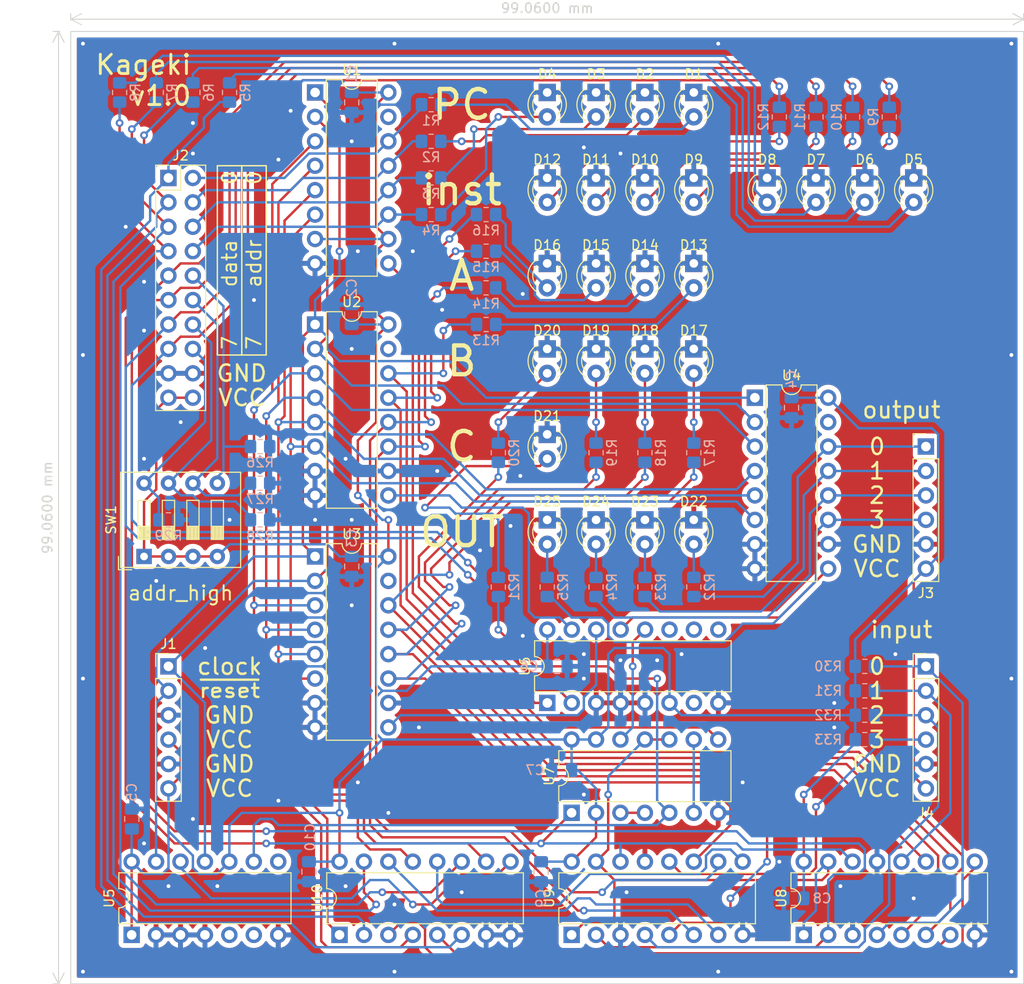
<source format=kicad_pcb>
(kicad_pcb (version 20211014) (generator pcbnew)
  (layers (0 "F.Cu" signal) (31 "B.Cu" signal) (34 "B.Paste" user) (35 "F.Paste" user) (36 "B.SilkS" user "B.Silkscreen") (37 "F.SilkS" user "F.Silkscreen") (38 "B.Mask" user) (39 "F.Mask" user) (44 "Edge.Cuts" user))
  (net 0 "")
  (net 1 "VCC")
  (net 2 "GND")
  (net 3 "Net-(D1-Pad2)")
  (net 4 "Net-(D2-Pad2)")
  (net 5 "Net-(D3-Pad2)")
  (net 6 "Net-(D4-Pad2)")
  (net 7 "Net-(D5-Pad2)")
  (net 8 "Net-(D6-Pad2)")
  (net 9 "Net-(D7-Pad2)")
  (net 10 "Net-(D8-Pad2)")
  (net 11 "Net-(D9-Pad2)")
  (net 12 "Net-(D10-Pad2)")
  (net 13 "Net-(D11-Pad2)")
  (net 14 "Net-(D12-Pad2)")
  (net 15 "Net-(D13-Pad2)")
  (net 16 "Net-(D14-Pad2)")
  (net 17 "Net-(D15-Pad2)")
  (net 18 "Net-(D16-Pad2)")
  (net 19 "Net-(D17-Pad2)")
  (net 20 "Net-(D18-Pad2)")
  (net 21 "Net-(D19-Pad2)")
  (net 22 "Net-(D20-Pad2)")
  (net 23 "Net-(D21-Pad2)")
  (net 24 "Net-(D22-Pad2)")
  (net 25 "Net-(D23-Pad2)")
  (net 26 "Net-(D24-Pad2)")
  (net 27 "Net-(D25-Pad2)")
  (net 28 "/ports/clk")
  (net 29 "/ports/~{reset}")
  (net 30 "/led/imm0")
  (net 31 "/led/imm1")
  (net 32 "/led/imm2")
  (net 33 "/led/imm3")
  (net 34 "/led/srcsel0")
  (net 35 "/led/srcsel1")
  (net 36 "/led/wbsel0")
  (net 37 "/led/wbsel1")
  (net 38 "/led/pc0")
  (net 39 "/led/pc1")
  (net 40 "/led/pc2")
  (net 41 "/led/pc3")
  (net 42 "/ports/pc4")
  (net 43 "/ports/pc5")
  (net 44 "/ports/pc6")
  (net 45 "/ports/pc7")
  (net 46 "/led/pout0")
  (net 47 "/led/pout1")
  (net 48 "/led/pout2")
  (net 49 "/led/pout3")
  (net 50 "/logic/pin0")
  (net 51 "/logic/pin1")
  (net 52 "/logic/pin2")
  (net 53 "/logic/pin3")
  (net 54 "/led/a0")
  (net 55 "/led/a1")
  (net 56 "/led/a2")
  (net 57 "/led/a3")
  (net 58 "/led/b0")
  (net 59 "/led/b1")
  (net 60 "/led/b2")
  (net 61 "/led/b3")
  (net 62 "/regs/c")
  (net 63 "/logic/wb0")
  (net 64 "/logic/wb1")
  (net 65 "/logic/wb2")
  (net 66 "/logic/wb3")
  (net 67 "/regs/~{wea}")
  (net 69 "/regs/~{web}")
  (net 71 "/regs/~{wep}")
  (net 73 "/regs/~{taken}")
  (net 78 "/logic/newc")
  (net 83 "Net-(U6-Pad12)")
  (net 84 "Net-(U7-Pad3)")
  (net 85 "Net-(U7-Pad6)")
  (net 86 "/logic/ispc")
  (net 87 "/logic/src0")
  (net 88 "/logic/src1")
  (net 89 "/logic/src2")
  (net 90 "/logic/src3")
  (footprint "LED_THT:LED_D3.0mm_Clear" (layer "F.Cu") (at 166.37 40.635 -90)
    (fp_text reference "D7")
    (fp_text value "OSG5TA3Z74A")
  )
  (footprint "LED_THT:LED_D3.0mm_Clear" (layer "F.Cu") (at 138.43 40.635 -90)
    (fp_text reference "D12")
    (fp_text value "OSG5TA3Z74A")
  )
  (footprint "ModifiedKiCadLibrary:DIP-14_W7.62mm_D1mm" (layer "F.Cu") (at 95.23 119.37 90)
    (fp_text reference "U5")
    (fp_text value "74HC74")
  )
  (footprint "ModifiedKiCadLibrary:DIP-16_W7.62mm_D1mm" (layer "F.Cu") (at 114.3 80.01)
    (fp_text reference "U3")
    (fp_text value "74HC161")
  )
  (footprint "Connector_PinHeader_2.54mm:PinHeader_1x06_P2.54mm_Vertical" (layer "F.Cu") (at 99.06 91.44)
    (fp_text reference "J1")
    (fp_text value "Conn_01x06")
  )
  (footprint "LED_THT:LED_D3.0mm_Clear" (layer "F.Cu") (at 143.51 31.75 -90)
    (fp_text reference "D3")
    (fp_text value "OSG5TA3Z74A")
  )
  (footprint "ModifiedKiCadLibrary:DIP-16_W7.62mm_D1mm" (layer "F.Cu") (at 140.97 119.37 90)
    (fp_text reference "U9")
    (fp_text value "74HC153")
  )
  (footprint "LED_THT:LED_D3.0mm_Clear" (layer "F.Cu") (at 153.67 58.42 -90)
    (fp_text reference "D17")
    (fp_text value "OSR5JA3Z74A")
  )
  (footprint "LED_THT:LED_D3.0mm_Clear" (layer "F.Cu") (at 153.67 40.635 -90)
    (fp_text reference "D9")
    (fp_text value "OSG5TA3Z74A")
  )
  (footprint "LED_THT:LED_D3.0mm_Clear" (layer "F.Cu") (at 171.45 40.635 -90)
    (fp_text reference "D6")
    (fp_text value "OSG5TA3Z74A")
  )
  (footprint "LED_THT:LED_D3.0mm_Clear" (layer "F.Cu") (at 161.29 40.635 -90)
    (fp_text reference "D8")
    (fp_text value "OSG5TA3Z74A")
  )
  (footprint "Button_Switch_THT:SW_DIP_SPSTx04_Slide_9.78x12.34mm_W7.62mm_P2.54mm" (layer "F.Cu") (at 96.52 80.01 90)
    (fp_text reference "SW1")
    (fp_text value "SW_DIP_x04")
  )
  (footprint "LED_THT:LED_D3.0mm_Clear" (layer "F.Cu") (at 138.43 67.31 -90)
    (fp_text reference "D21")
    (fp_text value "OSY5JA3Z74A")
  )
  (footprint "LED_THT:LED_D3.0mm_Clear" (layer "F.Cu") (at 138.43 31.75 -90)
    (fp_text reference "D4")
    (fp_text value "OSG5TA3Z74A")
  )
  (footprint "ModifiedKiCadLibrary:DIP-16_W7.62mm_D1mm" (layer "F.Cu") (at 160.02 63.5)
    (fp_text reference "U4")
    (fp_text value "74HC161")
  )
  (footprint "LED_THT:LED_D3.0mm_Clear" (layer "F.Cu") (at 176.53 40.635 -90)
    (fp_text reference "D5")
    (fp_text value "OSG5TA3Z74A")
  )
  (footprint "ModifiedKiCadLibrary:DIP-16_W7.62mm_D1mm" (layer "F.Cu") (at 114.3 31.75)
    (fp_text reference "U1")
    (fp_text value "74HC161")
  )
  (footprint "LED_THT:LED_D3.0mm_Clear" (layer "F.Cu") (at 148.59 31.75 -90)
    (fp_text reference "D2")
    (fp_text value "OSG5TA3Z74A")
  )
  (footprint "LED_THT:LED_D3.0mm_Clear" (layer "F.Cu") (at 143.51 58.42 -90)
    (fp_text reference "D19")
    (fp_text value "OSR5JA3Z74A")
  )
  (footprint "LED_THT:LED_D3.0mm_Clear" (layer "F.Cu") (at 138.43 76.2 -90)
    (fp_text reference "D25")
    (fp_text value "OSB5YU3Z74A")
  )
  (footprint "ModifiedKiCadLibrary:DIP-14_W7.62mm_D1mm" (layer "F.Cu") (at 140.965 106.67 90)
    (fp_text reference "U7")
    (fp_text value "74HC00")
  )
  (footprint "ModifiedKiCadLibrary:DIP-16_W7.62mm_D1mm" (layer "F.Cu") (at 165.1 119.37 90)
    (fp_text reference "U8")
    (fp_text value "74HC153")
  )
  (footprint "LED_THT:LED_D3.0mm_Clear" (layer "F.Cu") (at 148.59 49.53 -90)
    (fp_text reference "D14")
    (fp_text value "OSR5JA3Z74A")
  )
  (footprint "LED_THT:LED_D3.0mm_Clear" (layer "F.Cu") (at 153.67 76.2 -90)
    (fp_text reference "D22")
    (fp_text value "OSB5YU3Z74A")
  )
  (footprint "LED_THT:LED_D3.0mm_Clear" (layer "F.Cu") (at 143.51 40.635 -90)
    (fp_text reference "D11")
    (fp_text value "OSG5TA3Z74A")
  )
  (footprint "Connector_PinHeader_2.54mm:PinHeader_1x06_P2.54mm_Vertical" (layer "F.Cu") (at 177.8 68.58)
    (fp_text reference "J3")
    (fp_text value "Conn_01x06")
  )
  (footprint "ModifiedKiCadLibrary:DIP-16_W7.62mm_D1mm" (layer "F.Cu") (at 138.445 95.24 90)
    (fp_text reference "U6")
    (fp_text value "74HC138")
  )
  (footprint "LED_THT:LED_D3.0mm_Clear" (layer "F.Cu") (at 153.67 49.53 -90)
    (fp_text reference "D13")
    (fp_text value "OSR5JA3Z74A")
  )
  (footprint "LED_THT:LED_D3.0mm_Clear" (layer "F.Cu") (at 138.43 49.53 -90)
    (fp_text reference "D16")
    (fp_text value "OSR5JA3Z74A")
  )
  (footprint "LED_THT:LED_D3.0mm_Clear" (layer "F.Cu") (at 143.51 49.53 -90)
    (fp_text reference "D15")
    (fp_text value "OSR5JA3Z74A")
  )
  (footprint "ModifiedKiCadLibrary:PinHeader_2x10_P2.54mm_Vertical_Top_Bottom" (layer "F.Cu") (at 99.055 40.64)
    (fp_text reference "J2")
    (fp_text value "Conn_02x10_Top_Bottom")
  )
  (footprint "ModifiedKiCadLibrary:DIP-16_W7.62mm_D1mm" (layer "F.Cu") (at 114.3 55.88)
    (fp_text reference "U2")
    (fp_text value "74HC161")
  )
  (footprint "LED_THT:LED_D3.0mm_Clear" (layer "F.Cu") (at 148.59 76.2 -90)
    (fp_text reference "D23")
    (fp_text value "OSB5YU3Z74A")
  )
  (footprint "LED_THT:LED_D3.0mm_Clear" (layer "F.Cu") (at 148.59 40.635 -90)
    (fp_text reference "D10")
    (fp_text value "OSG5TA3Z74A")
  )
  (footprint "LED_THT:LED_D3.0mm_Clear" (layer "F.Cu") (at 138.43 58.42 -90)
    (fp_text reference "D20")
    (fp_text value "OSR5JA3Z74A")
  )
  (footprint "Connector_PinHeader_2.54mm:PinHeader_1x06_P2.54mm_Vertical" (layer "F.Cu") (at 177.8 91.44)
    (fp_text reference "J4")
    (fp_text value "Conn_01x06")
  )
  (footprint "LED_THT:LED_D3.0mm_Clear" (layer "F.Cu") (at 143.51 76.2 -90)
    (fp_text reference "D24")
    (fp_text value "OSB5YU3Z74A")
  )
  (footprint "LED_THT:LED_D3.0mm_Clear" (layer "F.Cu") (at 153.67 31.75 -90)
    (fp_text reference "D1")
    (fp_text value "OSG5TA3Z74A")
  )
  (footprint "LED_THT:LED_D3.0mm_Clear" (layer "F.Cu") (at 148.59 58.42 -90)
    (fp_text reference "D18")
    (fp_text value "OSR5JA3Z74A")
  )
  (footprint "ModifiedKiCadLibrary:DIP-16_W7.62mm_D1mm" (layer "F.Cu") (at 116.84 119.37 90)
    (fp_text reference "U10")
    (fp_text value "74HC283")
  )
  (footprint "Resistor_SMD:R_0805_2012Metric_Pad1.20x1.40mm_HandSolder" (layer "B.Cu") (at 170.18 34.29 -90)
    (fp_text reference "R10")
    (fp_text value "22k")
  )
  (footprint "Resistor_SMD:R_0805_2012Metric_Pad1.20x1.40mm_HandSolder" (layer "B.Cu") (at 126.365 33.02)
    (fp_text reference "R1")
    (fp_text value "22k")
  )
  (footprint "Resistor_SMD:R_0805_2012Metric_Pad1.20x1.40mm_HandSolder" (layer "B.Cu") (at 132.08 44.45)
    (fp_text reference "R16")
    (fp_text value "3.9k")
  )
  (footprint "Resistor_SMD:R_0805_2012Metric_Pad1.20x1.40mm_HandSolder" (layer "B.Cu") (at 153.67 69.215 90)
    (fp_text reference "R17")
    (fp_text value "3.9k")
  )
  (footprint "Resistor_SMD:R_0805_2012Metric_Pad1.20x1.40mm_HandSolder" (layer "B.Cu") (at 108.585 68.58)
    (fp_text reference "R26")
    (fp_text value "10k")
  )
  (footprint "Resistor_SMD:R_0805_2012Metric_Pad1.20x1.40mm_HandSolder" (layer "B.Cu") (at 143.51 83.185 90)
    (fp_text reference "R24")
    (fp_text value "2k")
  )
  (footprint "Resistor_SMD:R_0805_2012Metric_Pad1.20x1.40mm_HandSolder" (layer "B.Cu") (at 171.45 93.98)
    (fp_text reference "R31")
    (fp_text value "1M")
  )
  (footprint "Capacitor_SMD:C_0805_2012Metric_Pad1.18x1.45mm_HandSolder" (layer "B.Cu") (at 113.665 112.7975 -90)
    (fp_text reference "C10")
    (fp_text value "0.1u")
  )
  (footprint "Resistor_SMD:R_0805_2012Metric_Pad1.20x1.40mm_HandSolder" (layer "B.Cu") (at 171.45 91.44)
    (fp_text reference "R30")
    (fp_text value "1M")
  )
  (footprint "Capacitor_SMD:C_0805_2012Metric_Pad1.18x1.45mm_HandSolder" (layer "B.Cu") (at 118.11 81.0475 -90)
    (fp_text reference "C3")
    (fp_text value "0.1u")
  )
  (footprint "Resistor_SMD:R_0805_2012Metric_Pad1.20x1.40mm_HandSolder" (layer "B.Cu") (at 171.45 99.06)
    (fp_text reference "R33")
    (fp_text value "1M")
  )
  (footprint "Capacitor_SMD:C_0805_2012Metric_Pad1.18x1.45mm_HandSolder" (layer "B.Cu") (at 163.83 64.5375 -90)
    (fp_text reference "C4")
    (fp_text value "0.1u")
  )
  (footprint "Resistor_SMD:R_0805_2012Metric_Pad1.20x1.40mm_HandSolder" (layer "B.Cu") (at 126.365 40.64)
    (fp_text reference "R3")
    (fp_text value "22k")
  )
  (footprint "Capacitor_SMD:C_0805_2012Metric_Pad1.18x1.45mm_HandSolder" (layer "B.Cu") (at 118.11 32.7875 -90)
    (fp_text reference "C1")
    (fp_text value "0.1u")
  )
  (footprint "Capacitor_SMD:C_0805_2012Metric_Pad1.18x1.45mm_HandSolder" (layer "B.Cu") (at 139.4675 91.44)
    (fp_text reference "C6")
    (fp_text value "0.1u")
  )
  (footprint "Resistor_SMD:R_0805_2012Metric_Pad1.20x1.40mm_HandSolder" (layer "B.Cu") (at 132.08 48.26)
    (fp_text reference "R15")
    (fp_text value "3.9k")
  )
  (footprint "Resistor_SMD:R_0805_2012Metric_Pad1.20x1.40mm_HandSolder" (layer "B.Cu") (at 138.43 83.185 90)
    (fp_text reference "R25")
    (fp_text value "2k")
  )
  (footprint "Resistor_SMD:R_0805_2012Metric_Pad1.20x1.40mm_HandSolder" (layer "B.Cu") (at 162.56 34.29 -90)
    (fp_text reference "R12")
    (fp_text value "22k")
  )
  (footprint "Resistor_SMD:R_0805_2012Metric_Pad1.20x1.40mm_HandSolder" (layer "B.Cu") (at 99.06 76.2)
    (fp_text reference "R29")
    (fp_text value "10k")
  )
  (footprint "Resistor_SMD:R_0805_2012Metric_Pad1.20x1.40mm_HandSolder" (layer "B.Cu") (at 173.99 34.29 -90)
    (fp_text reference "R9")
    (fp_text value "22k")
  )
  (footprint "Resistor_SMD:R_0805_2012Metric_Pad1.20x1.40mm_HandSolder" (layer "B.Cu") (at 101.6 31.75 90)
    (fp_text reference "R6")
    (fp_text value "22k")
  )
  (footprint "Resistor_SMD:R_0805_2012Metric_Pad1.20x1.40mm_HandSolder" (layer "B.Cu") (at 148.59 69.215 90)
    (fp_text reference "R18")
    (fp_text value "3.9k")
  )
  (footprint "Resistor_SMD:R_0805_2012Metric_Pad1.20x1.40mm_HandSolder" (layer "B.Cu") (at 108.585 76.2)
    (fp_text reference "R28")
    (fp_text value "10k")
  )
  (footprint "Capacitor_SMD:C_0805_2012Metric_Pad1.18x1.45mm_HandSolder" (layer "B.Cu") (at 95.25 107.315 90)
    (fp_text reference "C5")
    (fp_text value "0.1u")
  )
  (footprint "Resistor_SMD:R_0805_2012Metric_Pad1.20x1.40mm_HandSolder" (layer "B.Cu") (at 133.35 69.215 90)
    (fp_text reference "R20")
    (fp_text value "3.9k")
  )
  (footprint "Resistor_SMD:R_0805_2012Metric_Pad1.20x1.40mm_HandSolder" (layer "B.Cu") (at 105.41 31.75 90)
    (fp_text reference "R5")
    (fp_text value "22k")
  )
  (footprint "Resistor_SMD:R_0805_2012Metric_Pad1.20x1.40mm_HandSolder" (layer "B.Cu") (at 108.585 72.39)
    (fp_text reference "R27")
    (fp_text value "10k")
  )
  (footprint "Resistor_SMD:R_0805_2012Metric_Pad1.20x1.40mm_HandSolder" (layer "B.Cu") (at 143.51 69.215 90)
    (fp_text reference "R19")
    (fp_text value "3.9k")
  )
  (footprint "Resistor_SMD:R_0805_2012Metric_Pad1.20x1.40mm_HandSolder" (layer "B.Cu") (at 153.67 83.185 90)
    (fp_text reference "R22")
    (fp_text value "2k")
  )
  (footprint "Resistor_SMD:R_0805_2012Metric_Pad1.20x1.40mm_HandSolder" (layer "B.Cu") (at 166.37 34.29 -90)
    (fp_text reference "R11")
    (fp_text value "22k")
  )
  (footprint "Resistor_SMD:R_0805_2012Metric_Pad1.20x1.40mm_HandSolder" (layer "B.Cu") (at 126.365 36.83)
    (fp_text reference "R2")
    (fp_text value "22k")
  )
  (footprint "Resistor_SMD:R_0805_2012Metric_Pad1.20x1.40mm_HandSolder" (layer "B.Cu") (at 97.79 31.75 90)
    (fp_text reference "R7")
    (fp_text value "22k")
  )
  (footprint "Capacitor_SMD:C_0805_2012Metric_Pad1.18x1.45mm_HandSolder" (layer "B.Cu") (at 118.11 54.8425 90)
    (fp_text reference "C2")
    (fp_text value "0.1u")
  )
  (footprint "Resistor_SMD:R_0805_2012Metric_Pad1.20x1.40mm_HandSolder" (layer "B.Cu") (at 126.365 44.45)
    (fp_text reference "R4")
    (fp_text value "22k")
  )
  (footprint "Capacitor_SMD:C_0805_2012Metric_Pad1.18x1.45mm_HandSolder" (layer "B.Cu") (at 137.795 112.7975 -90)
    (fp_text reference "C9")
    (fp_text value "0.1u")
  )
  (footprint "Resistor_SMD:R_0805_2012Metric_Pad1.20x1.40mm_HandSolder" (layer "B.Cu") (at 171.45 96.52)
    (fp_text reference "R32")
    (fp_text value "1M")
  )
  (footprint "Resistor_SMD:R_0805_2012Metric_Pad1.20x1.40mm_HandSolder" (layer "B.Cu") (at 133.35 83.185 90)
    (fp_text reference "R21")
    (fp_text value "2k")
  )
  (footprint "Resistor_SMD:R_0805_2012Metric_Pad1.20x1.40mm_HandSolder" (layer "B.Cu") (at 93.98 31.75 90)
    (fp_text reference "R8")
    (fp_text value "22k")
  )
  (footprint "Capacitor_SMD:C_0805_2012Metric_Pad1.18x1.45mm_HandSolder" (layer "B.Cu") (at 164.0625 115.57 180)
    (fp_text reference "C8")
    (fp_text value "0.1u")
  )
  (footprint "Resistor_SMD:R_0805_2012Metric_Pad1.20x1.40mm_HandSolder" (layer "B.Cu") (at 132.08 52.07)
    (fp_text reference "R14")
    (fp_text value "3.9k")
  )
  (footprint "Capacitor_SMD:C_0805_2012Metric_Pad1.18x1.45mm_HandSolder" (layer "B.Cu") (at 139.9325 102.235 180)
    (fp_text reference "C7")
    (fp_text value "0.1u")
  )
  (footprint "Resistor_SMD:R_0805_2012Metric_Pad1.20x1.40mm_HandSolder" (layer "B.Cu") (at 132.08 55.88)
    (fp_text reference "R13")
    (fp_text value "3.9k")
  )
  (footprint "Resistor_SMD:R_0805_2012Metric_Pad1.20x1.40mm_HandSolder" (layer "B.Cu") (at 148.59 83.185 90)
    (fp_text reference "R23")
    (fp_text value "2k")
  )
  (gr_rect (start 104.14 39.37) (end 109.22 59.055) (layer "F.SilkS") (width 0.15) (fill none))
  (gr_line (start 106.68 39.37) (end 106.68 59.055) (layer "F.SilkS") (width 0.15))
  (gr_rect (start 88.9 25.4) (end 187.96 124.46) (layer "Edge.Cuts") (width 0.1) (fill none))
  (gr_text "2" (at 172.72 96.52) (layer "F.SilkS") (effects (font (size 1.7 1.7) (thickness 0.25))))
  (gr_text "3" (at 172.72 76.2) (layer "F.SilkS") (effects (font (size 1.7 1.7) (thickness 0.25))))
  (gr_text "B" (at 129.54 59.69) (layer "F.SilkS") (effects (font (size 3 3) (thickness 0.45))))
  (gr_text "GND" (at 172.72 101.6) (layer "F.SilkS") (effects (font (size 1.7 1.7) (thickness 0.25))))
  (gr_text "3" (at 172.72 99.06) (layer "F.SilkS") (effects (font (size 1.7 1.7) (thickness 0.25))))
  (gr_text "VCC" (at 105.41 104.14) (layer "F.SilkS") (effects (font (size 1.7 1.7) (thickness 0.25))))
  (gr_text "0" (at 172.72 68.58) (layer "F.SilkS") (effects (font (size 1.7 1.7) (thickness 0.25))))
  (gr_text "VCC" (at 106.68 63.5) (layer "F.SilkS") (effects (font (size 1.7 1.7) (thickness 0.25))))
  (gr_text "GND" (at 105.41 96.52) (layer "F.SilkS") (effects (font (size 1.7 1.7) (thickness 0.25))))
  (gr_text "PC" (at 129.54 33.02) (layer "F.SilkS") (effects (font (size 3 3) (thickness 0.45))))
  (gr_text "VCC" (at 105.41 99.06) (layer "F.SilkS") (effects (font (size 1.7 1.7) (thickness 0.25))))
  (gr_text "GND" (at 105.41 101.6) (layer "F.SilkS") (effects (font (size 1.7 1.7) (thickness 0.25))))
  (gr_text "clock" (at 105.41 91.44) (layer "F.SilkS") (effects (font (size 1.7 1.7) (thickness 0.25))))
  (gr_text "1" (at 172.72 93.98) (layer "F.SilkS") (effects (font (size 1.7 1.7) (thickness 0.25))))
  (gr_text "VCC" (at 172.72 104.14) (layer "F.SilkS") (effects (font (size 1.7 1.7) (thickness 0.25))))
  (gr_text "C" (at 129.54 68.58) (layer "F.SilkS") (effects (font (size 3 3) (thickness 0.45))))
  (gr_text "data" (at 105.41 49.53 90) (layer "F.SilkS") (effects (font (size 1.5 1.5) (thickness 0.2))))
  (gr_text "GND" (at 172.72 78.74) (layer "F.SilkS") (effects (font (size 1.7 1.7) (thickness 0.25))))
  (gr_text "addr_high" (at 100.33 83.82) (layer "F.SilkS") (effects (font (size 1.5 1.5) (thickness 0.2))))
  (gr_text "7" (at 107.95 57.785 90) (layer "F.SilkS") (effects (font (size 1.5 1.5) (thickness 0.2))))
  (gr_text "A" (at 129.54 50.8) (layer "F.SilkS") (effects (font (size 3 3) (thickness 0.45))))
  (gr_text "output" (at 175.26 64.77) (layer "F.SilkS") (effects (font (size 1.7 1.7) (thickness 0.25))))
  (gr_text "input" (at 175.26 87.63) (layer "F.SilkS") (effects (font (size 1.7 1.7) (thickness 0.25))))
  (gr_text "0" (at 172.72 91.44) (layer "F.SilkS") (effects (font (size 1.7 1.7) (thickness 0.25))))
  (gr_text "VCC" (at 172.72 81.28) (layer "F.SilkS") (effects (font (size 1.7 1.7) (thickness 0.25))))
  (gr_text "2" (at 172.72 73.66) (layer "F.SilkS") (effects (font (size 1.7 1.7) (thickness 0.25))))
  (gr_text "addr" (at 107.95 49.53 90) (layer "F.SilkS") (effects (font (size 1.5 1.5) (thickness 0.2))))
  (gr_text "GND" (at 106.68 60.96) (layer "F.SilkS") (effects (font (size 1.7 1.7) (thickness 0.25))))
  (gr_text "0" (at 105.41 40.64 90) (layer "F.SilkS") (effects (font (size 1.5 1.5) (thickness 0.2))))
  (gr_text "OUT" (at 129.54 77.47) (layer "F.SilkS") (effects (font (size 3 3) (thickness 0.45))))
  (gr_text "~{reset}" (at 105.41 93.98) (layer "F.SilkS") (effects (font (size 1.4 1.7) (thickness 0.25))))
  (gr_text "0" (at 107.95 40.64 90) (layer "F.SilkS") (effects (font (size 1.5 1.5) (thickness 0.2))))
  (gr_text "1" (at 172.72 71.12) (layer "F.SilkS") (effects (font (size 1.7 1.7) (thickness 0.25))))
  (gr_text "Kageki\nv1.0" (at 101.6 30.48) (layer "F.SilkS") (effects (font (size 2 2) (thickness 0.3)) (justify right)))
  (gr_text "7" (at 105.41 57.785 90) (layer "F.SilkS") (effects (font (size 1.5 1.5) (thickness 0.2))))
  (gr_text "inst" (at 129.54 41.91) (layer "F.SilkS") (effects (font (size 3 3) (thickness 0.45))))
  (dimension (type aligned) (layer "Edge.Cuts") (pts (xy 88.265 25.4) (xy 88.265 124.46)) (height 0.635) (gr_text "99.0600 mm" (at 86.48 74.93 90) (layer "Edge.Cuts") (effects (font (size 1 1) (thickness 0.15)))) (format (units 3) (units_format 1) (precision 4)) (style (thickness 0.1) (arrow_length 1.27) (text_position_mode 0) (extension_height 0.58642) (extension_offset 0.5) keep_text_aligned))
  (dimension (type aligned) (layer "Edge.Cuts") (pts (xy 88.9 24.765) (xy 187.96 24.765)) (height -0.635) (gr_text "99.0600 mm" (at 138.43 22.98) (layer "Edge.Cuts") (effects (font (size 1 1) (thickness 0.15)))) (format (units 3) (units_format 1) (precision 4)) (style (thickness 0.1) (arrow_length 1.27) (text_position_mode 0) (extension_height 0.58642) (extension_offset 0.5) keep_text_aligned))
  (segment (start 120.65 54.61) (end 121.92 55.88) (width 0.25) (layer "F.Cu") (net 1))
  (segment (start 99.055 63.5) (end 101.595 63.5) (width 0.25) (layer "F.Cu") (net 1))
  (segment (start 97.79 64.765) (end 99.055 63.5) (width 0.25) (layer "F.Cu") (net 1))
  (segment (start 104.14 80.01) (end 96.52 80.01) (width 0.25) (layer "F.Cu") (net 1))
  (segment (start 120.65 57.15) (end 121.92 55.88) (width 0.25) (layer "F.Cu") (net 1))
  (segment (start 121.92 80.01) (end 121.92 76.2) (width 0.25) (layer "F.Cu") (net 1))
  (segment (start 140.97 111.75) (end 143.505 109.215) (width 0.25) (layer "F.Cu") (net 1))
  (segment (start 100.33 100.33) (end 100.33 102.87) (width 0.25) (layer "F.Cu") (net 1))
  (segment (start 120.65 45.72) (end 121.92 46.99) (width 0.25) (layer "F.Cu") (net 1))
  (segment (start 177.8 104.14) (end 176.53 102.87) (width 0.25) (layer "F.Cu") (net 1))
  (segment (start 99.06 99.06) (end 100.33 100.33) (width 0.25) (layer "F.Cu") (net 1))
  (segment (start 116.84 106.68) (end 116.84 111.75) (width 0.25) (layer "F.Cu") (net 1))
  (segment (start 121.92 46.99) (end 120.65 48.26) (width 0.25) (layer "F.Cu") (net 1))
  (segment (start 120.65 66.04) (end 118.745 67.945) (width 0.25) (layer "F.Cu") (net 1))
  (segment (start 100.33 102.87) (end 99.06 104.14) (width 0.25) (layer "F.Cu") (net 1))
  (segment (start 176.53 82.55) (end 177.8 81.28) (width 0.25) (layer "F.Cu") (net 1))
  (segment (start 143.505 109.215) (end 143.505 106.67) (width 0.25) (layer "F.Cu") (net 1))
  (segment (start 165.1 111.75) (end 165.1 104.775) (width 0.25) (layer "F.Cu") (net 1))
  (segment (start 96.52 74.295) (end 97.79 73.025) (width 0.25) (layer "F.Cu") (net 1))
  (segment (start 120.65 48.26) (end 120.65 54.61) (width 0.25) (layer "F.Cu") (net 1))
  (segment (start 120.65 33.02) (end 120.65 45.72) (width 0.25) (layer "F.Cu") (net 1))
  (segment (start 95.23 111.75) (end 95.23 119.37) (width 0.25) (layer "F.Cu") (net 1))
  (segment (start 120.65 57.15) (end 120.65 66.04) (width 0.25) (layer "F.Cu") (net 1))
  (segment (start 121.92 31.75) (end 120.65 33.02) (width 0.25) (layer "F.Cu") (net 1))
  (segment (start 118.745 73.66) (end 118.745 67.945) (width 0.25) (layer "F.Cu") (net 1))
  (segment (start 97.79 73.025) (end 97.79 64.765) (width 0.25) (layer "F.Cu") (net 1))
  (segment (start 96.52 80.01) (end 96.52 74.295) (width 0.25) (layer "F.Cu") (net 1))
  (segment (start 176.53 102.87) (end 176.53 82.55) (width 0.25) (layer "F.Cu") (net 1))
  (via (at 118.745 73.66) (size 0.8) (drill 0.4) (layers "F.Cu" "B.Cu") (net 1))
  (via (at 121.92 76.2) (size 0.8) (drill 0.4) (layers "F.Cu" "B.Cu") (net 1))
  (via (at 165.1 104.775) (size 0.8) (drill 0.4) (layers "F.Cu" "B.Cu") (net 1))
  (via (at 116.84 106.68) (size 0.8) (drill 0.4) (layers "F.Cu" "B.Cu") (net 1))
  (segment (start 113.675 111.75) (end 116.84 111.75) (width 0.25) (layer "B.Cu") (net 1))
  (segment (start 151.145 95.24) (end 152.4 96.52) (width 0.25) (layer "B.Cu") (net 1))
  (segment (start 170.45 96.52) (end 170.45 93.98) (width 0.25) (layer "B.Cu") (net 1))
  (segment (start 121.275 99.05) (end 120.65 98.425) (width 0.25) (layer "B.Cu") (net 1))
  (segment (start 101.6 112.395) (end 102.235 113.03) (width 0.25) (layer "B.Cu") (net 1))
  (segment (start 163.83 63.5) (end 167.64 63.5) (width 0.25) (layer "B.Cu") (net 1))
  (segment (start 138.445 91.425) (end 138.43 91.44) (width 0.25) (layer "B.Cu") (net 1))
  (segment (start 96.51 113.03) (end 95.23 111.75) (width 0.25) (layer "B.Cu") (net 1))
  (segment (start 123.825 93.98) (end 121.285 93.98) (width 0.25) (layer "B.Cu") (net 1))
  (segment (start 99.06 112.395) (end 98.425 113.03) (width 0.25) (layer "B.Cu") (net 1))
  (segment (start 118.11 55.88) (end 121.92 55.88) (width 0.25) (layer "B.Cu") (net 1))
  (segment (start 120.65 98.425) (end 120.65 94.615) (width 0.25) (layer "B.Cu") (net 1))
  (segment (start 170.45 91.44) (end 170.45 88.63) (width 0.25) (layer "B.Cu") (net 1))
  (segment (start 140.965 99.05) (end 140.965 102.23) (width 0.25) (layer "B.Cu") (net 1))
  (segment (start 105.39 111.75) (end 104.14 113) (width 0.25) (layer "B.Cu") (net 1))
  (segment (start 121.285 93.98) (end 120.65 93.345) (width 0.25) (layer "B.Cu") (net 1))
  (segment (start 114.3 46.99) (end 121.92 46.99) (width 0.25) (layer "B.Cu") (net 1))
  (segment (start 143.505 99.05) (end 140.965 99.05) (width 0.25) (layer "B.Cu") (net 1))
  (segment (start 152.4 96.52) (end 170.45 96.52) (width 0.25) (layer "B.Cu") (net 1))
  (segment (start 143.505 106.67) (end 143.505 104.77) (width 0.25) (layer "B.Cu") (net 1))
  (segment (start 100.965 110.49) (end 99.06 108.585) (width 0.25) (layer "B.Cu") (net 1))
  (segment (start 116.84 106.68) (end 106.68 106.68) (width 0.25) (layer "B.Cu") (net 1))
  (segment (start 179.07 80.01) (end 179.07 67.31) (width 0.25) (layer "B.Cu") (net 1))
  (segment (start 106.68 106.68) (end 105.39 107.97) (width 0.25) (layer "B.Cu") (net 1))
  (segment (start 118.11 80.01) (end 121.92 80.01) (width 0.25) (layer "B.Cu") (net 1))
  (segment (start 120.65 81.28) (end 121.92 80.01) (width 0.25) (layer "B.Cu") (net 1))
  (segment (start 138.445 87.62) (end 138.445 91.425) (width 0.25) (layer "B.Cu") (net 1))
  (segment (start 140.965 99.05) (end 121.275 99.05) (width 0.25) (layer "B.Cu") (net 1))
  (segment (start 167.64 63.5) (end 170.815 66.675) (width 0.25) (layer "B.Cu") (net 1))
  (segment (start 105.39 107.97) (end 105.39 111.75) (width 0.25) (layer "B.Cu") (net 1))
  (segment (start 105.41 78.74) (end 104.14 80.01) (width 0.25) (layer "B.Cu") (net 1))
  (segment (start 120.65 94.615) (end 121.285 93.98) (width 0.25) (layer "B.Cu") (net 1))
  (segment (start 137.795 111.76) (end 137.805 111.75) (width 0.25) (layer "B.Cu") (net 1))
  (segment (start 179.07 67.31) (end 178.435 66.675) (width 0.25) (layer "B.Cu") (net 1))
  (segment (start 165.1 111.75) (end 165.1 115.57) (width 0.25) (layer "B.Cu") (net 1))
  (segment (start 138.43 91.44) (end 126.365 91.44) (width 0.25) (layer "B.Cu") (net 1))
  (segment (start 177.8 81.28) (end 179.07 80.01) (width 0.25) (layer "B.Cu") (net 1))
  (segment (start 120.65 93.345) (end 120.65 81.28) (width 0.25) (layer "B.Cu") (net 1))
  (segment (start 121.285 76.2) (end 121.92 76.2) (width 0.25) (layer "B.Cu") (net 1))
  (segment (start 99.06 108.585) (end 99.06 104.14) (width 0.25) (layer "B.Cu") (net 1))
  (segment (start 118.11 31.75) (end 121.92 31.75) (width 0.25) (layer "B.Cu") (net 1))
  (segment (start 118.11 80.01) (end 116.84 80.01) (width 0.25) (layer "B.Cu") (net 1))
  (segment (start 113.665 111.76) (end 113.675 111.75) (width 0.25) (layer "B.Cu") (net 1))
  (segment (start 115.57 78.74) (end 105.41 78.74) (width 0.25) (layer "B.Cu") (net 1))
  (segment (start 170.45 93.98) (end 170.45 91.44) (width 0.25) (layer "B.Cu") (net 1))
  (segment (start 116.84 80.01) (end 115.57 78.74) (width 0.25) (layer "B.Cu") (net 1))
  (segment (start 140.97 102.235) (end 141.605 102.235) (width 0.25) (layer "B.Cu") (net 1))
  (segment (start 143.51 104.765) (end 143.505 104.77) (width 0.25) (layer "B.Cu") (net 1))
  (segment (start 170.45 99.06) (end 170.45 99.425) (width 0.25) (layer "B.Cu") (net 1))
  (segment (start 143.505 99.05) (end 144.78 97.775) (width 0.25) (layer "B.Cu") (net 1))
  (segment (start 95.23 108.3725) (end 95.25 108.3525) (width 0.25) (layer "B.Cu") (net 1))
  (segment (start 101.6 111.125) (end 101.6 112.395) (width 0.25) (layer "B.Cu") (net 1))
  (segment (start 121.275 99.05) (end 116.84 103.485) (width 0.25) (layer "B.Cu") (net 1))
  (segment (start 140.965 102.23) (end 140.97 102.235) (width 0.25) (layer "B.Cu") (net 1))
  (segment (start 170.45 99.06) (end 170.45 96.52) (width 0.25) (layer "B.Cu") (net 1))
  (segment (start 99.06 112.395) (end 99.06 108.585) (width 0.25) (layer "B.Cu") (net 1))
  (segment (start 170.815 66.675) (end 178.435 66.675) (width 0.25) (layer "B.Cu") (net 1))
  (segment (start 144.78 90.17) (end 145.415 89.535) (width 0.25) (layer "B.Cu") (net 1))
  (segment (start 150.495 89.535) (end 151.145 90.185) (width 0.25) (layer "B.Cu") (net 1))
  (segment (start 145.415 89.535) (end 150.495 89.535) (width 0.25) (layer "B.Cu") (net 1))
  (segment (start 104.14 113.03) (end 102.235 113.03) (width 0.25) (layer "B.Cu") (net 1))
  (segment (start 100.965 110.49) (end 101.6 111.125) (width 0.25) (layer "B.Cu") (net 1))
  (segment (start 104.14 113) (end 104.14 113.03) (width 0.25) (layer "B.Cu") (net 1))
  (segment (start 118.745 73.66) (end 121.285 76.2) (width 0.25) (layer "B.Cu") (net 1))
  (segment (start 151.145 90.185) (end 151.145 95.24) (width 0.25) (layer "B.Cu") (net 1))
  (segment (start 126.365 91.44) (end 123.825 93.98) (width 0.25) (layer "B.Cu") (net 1))
  (segment (start 141.605 102.235) (end 143.51 104.14) (width 0.25) (layer "B.Cu") (net 1))
  (segment (start 137.805 111.75) (end 140.97 111.75) (width 0.25) (layer "B.Cu") (net 1))
  (segment (start 116.84 103.485) (end 116.84 106.68) (width 0.25) (layer "B.Cu") (net 1))
  (segment (start 98.425 113.03) (end 96.51 113.03) (width 0.25) (layer "B.Cu") (net 1))
  (segment (start 170.45 99.425) (end 165.1 104.775) (width 0.25) (layer "B.Cu") (net 1))
  (segment (start 170.45 88.63) (end 177.8 81.28) (width 0.25) (layer "B.Cu") (net 1))
  (segment (start 144.78 97.775) (end 144.78 90.17) (width 0.25) (layer "B.Cu") (net 1))
  (segment (start 143.51 104.14) (end 143.51 104.765) (width 0.25) (layer "B.Cu") (net 1))
  (segment (start 95.23 111.75) (end 95.23 108.3725) (width 0.25) (layer "B.Cu") (net 1))
  (via (at 176.53 115.57) (size 0.8) (drill 0.4) (layers "F.Cu" "B.Cu") (net 2))
  (via (at 162.56 111.76) (size 0.8) (drill 0.4) (layers "F.Cu" "B.Cu") (net 2))
  (via (at 186.69 123.19) (size 0.8) (drill 0.4) (layers "F.Cu" "B.Cu") (net 2))
  (via (at 135.89 88.265) (size 0.8) (drill 0.4) (layers "F.Cu" "B.Cu") (net 2))
  (via (at 96.52 51.435) (size 0.8) (drill 0.4) (layers "F.Cu" "B.Cu") (net 2))
  (via (at 186.69 92.71) (size 0.8) (drill 0.4) (layers "F.Cu" "B.Cu") (net 2))
  (via (at 117.475 114.3) (size 0.8) (drill 0.4) (layers "F.Cu" "B.Cu") (net 2))
  (via (at 90.17 59.055) (size 0.8) (drill 0.4) (layers "F.Cu" "B.Cu") (net 2))
  (via (at 118.11 85.09) (size 0.8) (drill 0.4) (layers "F.Cu" "B.Cu") (net 2))
  (via (at 118.11 36.83) (size 0.8) (drill 0.4) (layers "F.Cu" "B.Cu") (net 2))
  (via (at 135.636 71.628) (size 0.8) (drill 0.4) (layers "F.Cu" "B.Cu") (net 2))
  (via (at 156.21 123.19) (size 0.8) (drill 0.4) (layers "F.Cu" "B.Cu") (net 2))
  (via (at 118.11 76.2) (size 0.8) (drill 0.4) (layers "F.Cu" "B.Cu") (net 2))
  (via (at 152.4 90.17) (size 0.8) (drill 0.4) (layers "F.Cu" "B.Cu") (net 2))
  (via (at 118.745 48.26) (size 0.8) (drill 0.4) (layers "F.Cu" "B.Cu") (net 2))
  (via (at 156.21 26.67) (size 0.8) (drill 0.4) (layers "F.Cu" "B.Cu") (net 2))
  (via (at 146.05 90.805) (size 0.8) (drill 0.4) (layers "F.Cu" "B.Cu") (net 2))
  (via (at 125.095 97.79) (size 0.8) (drill 0.4) (layers "F.Cu" "B.Cu") (net 2))
  (via (at 146.05 38.1) (size 0.8) (drill 0.4) (layers "F.Cu" "B.Cu") (net 2))
  (via (at 142.24 37.465) (size 0.8) (drill 0.4) (layers "F.Cu" "B.Cu") (net 2))
  (via (at 105.41 76.2) (size 0.8) (drill 0.4) (layers "F.Cu" "B.Cu") (net 2))
  (via (at 131.445 79.375) (size 0.8) (drill 0.4) (layers "F.Cu" "B.Cu") (net 2))
  (via (at 111.76 33.655) (size 0.8) (drill 0.4) (layers "F.Cu" "B.Cu") (net 2))
  (via (at 110.49 105.41) (size 0.8) (drill 0.4) (layers "F.Cu" "B.Cu") (net 2))
  (via (at 101.6 107.315) (size 0.8) (drill 0.4) (layers "F.Cu" "B.Cu") (net 2))
  (via (at 168.275 95.25) (size 0.8) (drill 0.4) (layers "F.Cu" "B.Cu") (net 2))
  (via (at 122.555 116.205) (size 0.8) (drill 0.4) (layers "F.Cu" "B.Cu") (net 2))
  (via (at 124.46 48.26) (size 0.8) (drill 0.4) (layers "F.Cu" "B.Cu") (net 2))
  (via (at 94.615 45.72) (size 0.8) (drill 0.4) (layers "F.Cu" "B.Cu") (net 2))
  (via (at 96.52 69.85) (size 0.8) (drill 0.4) (layers "F.Cu" "B.Cu") (net 2))
  (via (at 117.475 69.85) (size 0.8) (drill 0.4) (layers "F.Cu" "B.Cu") (net 2))
  (via (at 158.75 103.505) (size 0.8) (drill 0.4) (layers "F.Cu" "B.Cu") (net 2))
  (via (at 101.6 38.1) (size 0.8) (drill 0.4) (layers "F.Cu" "B.Cu") (net 2))
  (via (at 127 71.12) (size 0.8) (drill 0.4) (layers "F.Cu" "B.Cu") (net 2))
  (via (at 118.11 58.42) (size 0.8) (drill 0.4) (layers "F.Cu" "B.Cu") (net 2))
  (via (at 134.62 76.835) (size 0.8) (drill 0.4) (layers "F.Cu" "B.Cu") (net 2))
  (via (at 142.24 90.17) (size 0.8) (drill 0.4) (layers "F.Cu" "B.Cu") (net 2))
  (via (at 129.54 114.935) (size 0.8) (drill 0.4) (layers "F.Cu" "B.Cu") (net 2))
  (via (at 168.91 114.3) (size 0.8) (drill 0.4) (layers "F.Cu" "B.Cu") (net 2))
  (via (at 96.52 109.855) (size 0.8) (drill 0.4) (layers "F.Cu" "B.Cu") (net 2))
  (via (at 122.555 123.19) (size 0.8) (drill 0.4) (layers "F.Cu" "B.Cu") (net 2))
  (via (at 122.555 26.67) (size 0.8) (drill 0.4) (layers "F.Cu" "B.Cu") (net 2))
  (via (at 127.508 54.356) (size 0.8) (drill 0.4) (layers "F.Cu" "B.Cu") (net 2))
  (via (at 90.17 26.67) (size 0.8) (drill 0.4) (layers "F.Cu" "B.Cu") (net 2))
  (via (at 96.52 56.515) (size 0.8) (drill 0.4) (layers "F.Cu" "B.Cu") (net 2))
  (via (at 186.69 26.67) (size 0.8) (drill 0.4) (layers "F.Cu" "B.Cu") (net 2))
  (via (at 118.745 103.505) (size 0.8) (drill 0.4) (layers "F.Cu" "B.Cu") (net 2))
  (via (at 102.87 89.535) (size 0.8) (drill 0.4) (layers "F.Cu" "B.Cu") (net 2))
  (via (at 146.685 114.935) (size 0.8) (drill 0.4) (layers "F.Cu" "B.Cu") (net 2))
  (via (at 110.49 38.735) (size 0.8) (drill 0.4) (layers "F.Cu" "B.Cu") (net 2))
  (via (at 99.06 114.3) (size 0.8) (drill 0.4) (layers "F.Cu" "B.Cu") (net 2))
  (via (at 97.79 82.55) (size 0.8) (drill 0.4) (layers "F.Cu" "B.Cu") (net 2))
  (via (at 90.17 123.19) (size 0.8) (drill 0.4) (layers "F.Cu" "B.Cu") (net 2))
  (via (at 104.14 114.3) (size 0.8) (drill 0.4) (layers "F.Cu" "B.Cu") (net 2))
  (via (at 114.3 76.2) (size 0.8) (drill 0.4) (layers "F.Cu" "B.Cu") (net 2))
  (via (at 101.6 34.925) (size 0.8) (drill 0.4) (layers "F.Cu" "B.Cu") (net 2))
  (via (at 90.17 92.71) (size 0.8) (drill 0.4) (layers "F.Cu" "B.Cu") (net 2))
  (via (at 142.24 92.71) (size 0.8) (drill 0.4) (layers "F.Cu" "B.Cu") (net 2))
  (via (at 186.69 59.055) (size 0.8) (drill 0.4) (layers "F.Cu" "B.Cu") (net 2))
  (via (at 174.625 90.17) (size 0.8) (drill 0.4) (layers "F.Cu" "B.Cu") (net 2))
  (via (at 100.33 66.04) (size 0.8) (drill 0.4) (layers "F.Cu" "B.Cu") (net 2))
  (via (at 107.95 53.34) (size 0.8) (drill 0.4) (layers "F.Cu" "B.Cu") (net 2))
  (via (at 142.24 104.775) (size 0.8) (drill 0.4) (layers "F.Cu" "B.Cu") (net 2))
  (via (at 135.89 52.705) (size 0.8) (drill 0.4) (layers "F.Cu" "B.Cu") (net 2))
  (via (at 121.92 106.68) (size 0.8) (drill 0.4) (layers "F.Cu" "B.Cu") (net 2))
  (via (at 168.275 97.79) (size 0.8) (drill 0.4) (layers "F.Cu" "B.Cu") (net 2))
  (via (at 149.86 90.805) (size 0.8) (drill 0.4) (layers "F.Cu" "B.Cu") (net 2))
  (segment (start 116.84 91.44) (end 112.395 91.44) (width 0.25) (layer "B.Cu") (net 2))
  (segment (start 118.11 85.09) (end 116.84 83.82) (width 0.25) (layer "B.Cu") (net 2))
  (segment (start 116.84 86.36) (end 112.395 86.36) (width 0.25) (layer "B.Cu") (net 2))
  (segment (start 113.03 30.48) (end 112.395 31.115) (width 0.25) (layer "B.Cu") (net 2))
  (segment (start 116.84 88.9) (end 116.84 91.44) (width 0.25) (layer "B.Cu") (net 2))
  (segment (start 115.57 30.48) (end 113.03 30.48) (width 0.25) (layer "B.Cu") (net 2))
  (segment (start 123.19 33.02) (end 120.65 33.02) (width 0.25) (layer "B.Cu") (net 2))
  (segment (start 116.205 31.115) (end 115.57 30.48) (width 0.25) (layer "B.Cu") (net 2))
  (segment (start 112.395 67.31) (end 115.57 67.31) (width 0.25) (layer "B.Cu") (net 2))
  (segment (start 116.84 86.36) (end 116.84 88.9) (width 0.25) (layer "B.Cu") (net 2))
  (segment (start 116.84 83.82) (end 112.395 83.82) (width 0.25) (layer "B.Cu") (net 2))
  (segment (start 118.11 85.09) (end 116.84 86.36) (width 0.25) (layer "B.Cu") (net 2))
  (segment (start 116.84 88.9) (end 112.395 88.9) (width 0.25) (layer "B.Cu") (net 2))
  (segment (start 127.365 33.02) (end 134.112 33.02) (width 0.25) (layer "B.Cu") (net 3))
  (segment (start 136.652 35.56) (end 152.4 35.56) (width 0.25) (layer "B.Cu") (net 3))
  (segment (start 134.112 33.02) (end 136.652 35.56) (width 0.25) (layer "B.Cu") (net 3))
  (segment (start 152.4 35.56) (end 153.67 34.29) (width 0.25) (layer "B.Cu") (net 3))
  (segment (start 131.445 36.83) (end 129.54 36.83) (width 0.25) (layer "F.Cu") (net 4))
  (segment (start 148.59 34.29) (end 146.685 36.195) (width 0.25) (layer "F.Cu") (net 4))
  (segment (start 132.08 36.195) (end 146.685 36.195) (width 0.25) (layer "F.Cu") (net 4))
  (segment (start 131.445 36.83) (end 132.08 36.195) (width 0.25) (layer "F.Cu") (net 4))
  (via (at 129.54 36.83) (size 0.8) (drill 0.4) (layers "F.Cu" "B.Cu") (net 4))
  (segment (start 129.54 36.83) (end 127.365 36.83) (width 0.25) (layer "B.Cu") (net 4))
  (segment (start 143.51 34.29) (end 142.24 35.56) (width 0.25) (layer "F.Cu") (net 5))
  (segment (start 142.24 35.56) (end 130.81 35.56) (width 0.25) (layer "F.Cu") (net 5))
  (via (at 130.81 35.56) (size 0.8) (drill 0.4) (layers "F.Cu" "B.Cu") (net 5))
  (segment (start 130.81 37.465) (end 127.635 40.64) (width 0.25) (layer "B.Cu") (net 5))
  (segment (start 127.635 40.64) (end 127.365 40.64) (width 0.25) (layer "B.Cu") (net 5))
  (segment (start 130.81 35.56) (end 130.81 37.465) (width 0.25) (layer "B.Cu") (net 5))
  (segment (start 138.43 34.29) (end 133.35 34.29) (width 0.25) (layer "F.Cu") (net 6))
  (via (at 133.35 34.29) (size 0.8) (drill 0.4) (layers "F.Cu" "B.Cu") (net 6))
  (segment (start 132.08 35.56) (end 132.08 39.735) (width 0.25) (layer "B.Cu") (net 6))
  (segment (start 132.08 39.735) (end 127.365 44.45) (width 0.25) (layer "B.Cu") (net 6))
  (segment (start 133.35 34.29) (end 132.08 35.56) (width 0.25) (layer "B.Cu") (net 6))
  (segment (start 173.985 45.72) (end 176.53 43.175) (width 0.25) (layer "B.Cu") (net 7))
  (segment (start 158.115 33.02) (end 158.115 44.45) (width 0.25) (layer "B.Cu") (net 7))
  (segment (start 106.045 29.845) (end 154.94 29.845) (width 0.25) (layer "B.Cu") (net 7))
  (segment (start 159.385 45.72) (end 173.985 45.72) (width 0.25) (layer "B.Cu") (net 7))
  (segment (start 105.41 30.75) (end 105.41 30.48) (width 0.25) (layer "B.Cu") (net 7))
  (segment (start 158.115 44.45) (end 159.385 45.72) (width 0.25) (layer "B.Cu") (net 7))
  (segment (start 105.41 30.48) (end 106.045 29.845) (width 0.25) (layer "B.Cu") (net 7))
  (segment (start 154.94 29.845) (end 158.115 33.02) (width 0.25) (layer "B.Cu") (net 7))
  (segment (start 101.6 29.845) (end 102.235 29.21) (width 0.25) (layer "B.Cu") (net 8))
  (segment (start 158.75 43.815) (end 160.02 45.085) (width 0.25) (layer "B.Cu") (net 8))
  (segment (start 102.235 29.21) (end 155.575 29.21) (width 0.25) (layer "B.Cu") (net 8))
  (segment (start 169.54 45.085) (end 171.45 43.175) (width 0.25) (layer "B.Cu") (net 8))
  (segment (start 158.75 32.385) (end 158.75 43.815) (width 0.25) (layer "B.Cu") (net 8))
  (segment (start 101.6 30.75) (end 101.6 29.845) (width 0.25) (layer "B.Cu") (net 8))
  (segment (start 160.02 45.085) (end 169.54 45.085) (width 0.25) (layer "B.Cu") (net 8))
  (segment (start 155.575 29.21) (end 158.75 32.385) (width 0.25) (layer "B.Cu") (net 8))
  (segment (start 97.79 29.845) (end 99.06 28.575) (width 0.25) (layer "B.Cu") (net 9))
  (segment (start 159.385 31.75) (end 159.385 43.18) (width 0.25) (layer "B.Cu") (net 9))
  (segment (start 159.385 43.18) (end 160.655 44.45) (width 0.25) (layer "B.Cu") (net 9))
  (segment (start 99.06 28.575) (end 156.21 28.575) (width 0.25) (layer "B.Cu") (net 9))
  (segment (start 165.095 44.45) (end 166.37 43.175) (width 0.25) (layer "B.Cu") (net 9))
  (segment (start 156.21 28.575) (end 159.385 31.75) (width 0.25) (layer "B.Cu") (net 9))
  (segment (start 97.79 30.75) (end 97.79 29.845) (width 0.25) (layer "B.Cu") (net 9))
  (segment (start 160.655 44.45) (end 165.095 44.45) (width 0.25) (layer "B.Cu") (net 9))
  (segment (start 156.845 27.94) (end 160.02 31.115) (width 0.25) (layer "B.Cu") (net 10))
  (segment (start 98.425 27.94) (end 156.845 27.94) (width 0.25) (layer "B.Cu") (net 10))
  (segment (start 95.615 30.75) (end 98.425 27.94) (width 0.25) (layer "B.Cu") (net 10))
  (segment (start 160.02 41.905) (end 161.29 43.175) (width 0.25) (layer "B.Cu") (net 10))
  (segment (start 160.02 31.115) (end 160.02 41.905) (width 0.25) (layer "B.Cu") (net 10))
  (segment (start 93.98 30.75) (end 95.615 30.75) (width 0.25) (layer "B.Cu") (net 10))
  (segment (start 171.45 39.37) (end 157.475 39.37) (width 0.25) (layer "F.Cu") (net 11))
  (segment (start 173.99 36.83) (end 171.45 39.37) (width 0.25) (layer "F.Cu") (net 11))
  (segment (start 157.475 39.37) (end 153.67 43.175) (width 0.25) (layer "F.Cu") (net 11))
  (via (at 173.99 36.83) (size 0.8) (drill 0.4) (layers "F.Cu" "B.Cu") (net 11))
  (segment (start 173.99 35.29) (end 173.99 36.83) (width 0.25) (layer "B.Cu") (net 11))
  (segment (start 153.03 38.735) (end 148.59 43.175) (width 0.25) (layer "F.Cu") (net 12))
  (segment (start 170.18 36.83) (end 168.275 38.735) (width 0.25) (layer "F.Cu") (net 12))
  (segment (start 168.275 38.735) (end 153.03 38.735) (width 0.25) (layer "F.Cu") (net 12))
  (via (at 170.18 36.83) (size 0.8) (drill 0.4) (layers "F.Cu" "B.Cu") (net 12))
  (segment (start 170.18 35.29) (end 170.18 36.83) (width 0.25) (layer "B.Cu") (net 12))
  (segment (start 166.37 36.83) (end 165.1 38.1) (width 0.25) (layer "F.Cu") (net 13))
  (segment (start 148.585 38.1) (end 143.51 43.175) (width 0.25) (layer "F.Cu") (net 13))
  (segment (start 165.1 38.1) (end 148.585 38.1) (width 0.25) (layer "F.Cu") (net 13))
  (via (at 166.37 36.83) (size 0.8) (drill 0.4) (layers "F.Cu" "B.Cu") (net 13))
  (segment (start 166.37 35.29) (end 166.37 36.83) (width 0.25) (layer "B.Cu") (net 13))
  (segment (start 140.975 40.635) (end 144.78 36.83) (width 0.25) (layer "F.Cu") (net 14))
  (segment (start 162.56 36.83) (end 144.78 36.83) (width 0.25) (layer "F.Cu") (net 14))
  (segment (start 140.97 40.635) (end 140.975 40.635) (width 0.25) (layer "F.Cu") (net 14))
  (segment (start 140.97 40.635) (end 138.43 43.175) (width 0.25) (layer "F.Cu") (net 14))
  (via (at 162.56 36.83) (size 0.8) (drill 0.4) (layers "F.Cu" "B.Cu") (net 14))
  (segment (start 162.56 35.29) (end 162.56 36.83) (width 0.25) (layer "B.Cu") (net 14))
  (segment (start 149.86 55.88) (end 133.08 55.88) (width 0.25) (layer "B.Cu") (net 15))
  (segment (start 153.67 52.07) (end 149.86 55.88) (width 0.25) (layer "B.Cu") (net 15))
  (segment (start 146.685 53.975) (end 134.985 53.975) (width 0.25) (layer "B.Cu") (net 16))
  (segment (start 134.985 53.975) (end 133.08 52.07) (width 0.25) (layer "B.Cu") (net 16))
  (segment (start 148.59 52.07) (end 146.685 53.975) (width 0.25) (layer "B.Cu") (net 16))
  (segment (start 142.24 53.34) (end 137.668 53.34) (width 0.25) (layer "B.Cu") (net 17))
  (segment (start 143.51 52.07) (end 142.24 53.34) (width 0.25) (layer "B.Cu") (net 17))
  (segment (start 137.668 53.34) (end 137.16 52.832) (width 0.25) (layer "B.Cu") (net 17))
  (segment (start 137.16 51.816) (end 133.604 48.26) (width 0.25) (layer "B.Cu") (net 17))
  (segment (start 137.16 52.832) (end 137.16 51.816) (width 0.25) (layer "B.Cu") (net 17))
  (segment (start 133.604 48.26) (end 133.08 48.26) (width 0.25) (layer "B.Cu") (net 17))
  (segment (start 138.43 52.07) (end 134.112 47.752) (width 0.25) (layer "B.Cu") (net 18))
  (segment (start 134.112 47.752) (end 134.112 45.482) (width 0.25) (layer "B.Cu") (net 18))
  (segment (start 134.112 45.482) (end 133.08 44.45) (width 0.25) (layer "B.Cu") (net 18))
  (segment (start 153.67 60.96) (end 153.67 66.04) (width 0.25) (layer "F.Cu") (net 19))
  (via (at 153.67 66.04) (size 0.8) (drill 0.4) (layers "F.Cu" "B.Cu") (net 19))
  (segment (start 153.67 66.04) (end 153.67 68.215) (width 0.25) (layer "B.Cu") (net 19))
  (segment (start 148.59 60.96) (end 148.59 66.04) (width 0.25) (layer "F.Cu") (net 20))
  (via (at 148.59 66.04) (size 0.8) (drill 0.4) (layers "F.Cu" "B.Cu") (net 20))
  (segment (start 148.59 66.04) (end 148.59 68.215) (width 0.25) (layer "B.Cu") (net 20))
  (segment (start 143.51 60.96) (end 143.51 66.04) (width 0.25) (layer "F.Cu") (net 21))
  (via (at 143.51 66.04) (size 0.8) (drill 0.4) (layers "F.Cu" "B.Cu") (net 21))
  (segment (start 143.51 66.04) (end 143.51 68.215) (width 0.25) (layer "B.Cu") (net 21))
  (segment (start 138.43 60.96) (end 133.35 66.04) (width 0.25) (layer "F.Cu") (net 22))
  (via (at 133.35 66.04) (size 0.8) (drill 0.4) (layers "F.Cu" "B.Cu") (net 22))
  (segment (start 133.35 66.04) (end 133.35 68.215) (width 0.25) (layer "B.Cu") (net 22))
  (segment (start 137.668 70.612) (end 130.048 70.612) (width 0.25) (layer "F.Cu") (net 23))
  (segment (start 125.73 74.93) (end 130.048 70.612) (width 0.25) (layer "F.Cu") (net 23))
  (segment (start 138.43 69.85) (end 137.668 70.612) (width 0.25) (layer "F.Cu") (net 23))
  (via (at 125.73 74.93) (size 0.8) (drill 0.4) (layers "F.Cu" "B.Cu") (net 23))
  (segment (start 132.715 75.565) (end 128.905 75.565) (width 0.25) (layer "B.Cu") (net 23))
  (segment (start 133.35 76.2) (end 132.715 75.565) (width 0.25) (layer "B.Cu") (net 23))
  (segment (start 128.27 74.93) (end 125.73 74.93) (width 0.25) (layer "B.Cu") (net 23))
  (segment (start 133.35 82.185) (end 133.35 76.2) (width 0.25) (layer "B.Cu") (net 23))
  (segment (start 128.905 75.565) (end 128.27 74.93) (width 0.25) (layer "B.Cu") (net 23))
  (segment (start 153.67 78.74) (end 153.67 82.185) (width 0.25) (layer "B.Cu") (net 24))
  (segment (start 148.59 78.74) (end 148.59 82.185) (width 0.25) (layer "B.Cu") (net 25))
  (segment (start 143.51 78.74) (end 143.51 82.185) (width 0.25) (layer "B.Cu") (net 26))
  (segment (start 138.43 78.74) (end 138.43 82.185) (width 0.25) (layer "B.Cu") (net 27))
  (segment (start 115.57 57.15) (end 115.57 35.56) (width 0.25) (layer "F.Cu") (net 28))
  (segment (start 114.3 82.55) (end 115.57 81.28) (width 0.25) (layer "F.Cu") (net 28))
  (segment (start 115.57 35.56) (end 114.3 34.29) (width 0.25) (layer "F.Cu") (net 28))
  (segment (start 115.57 81.28) (end 115.57 59.69) (width 0.25) (layer "F.Cu") (net 28))
  (segment (start 114.3 58.42) (end 115.57 57.15) (width 0.25) (layer "F.Cu") (net 28))
  (segment (start 115.57 59.69) (end 114.3 58.42) (width 0.25) (layer "F.Cu") (net 28))
  (segment (start 102.85 95.23) (end 102.85 111.75) (width 0.25) (layer "B.Cu") (net 28))
  (segment (start 99.06 91.44) (end 102.85 95.23) (width 0.25) (layer "B.Cu") (net 28))
  (segment (start 99.06 91.44) (end 107.95 82.55) (width 0.25) (layer "B.Cu") (net 28))
  (segment (start 129.54 64.135) (end 158.115 64.135) (width 0.25) (layer "B.Cu") (net 28))
  (segment (start 107.95 82.55) (end 114.3 82.55) (width 0.25) (layer "B.Cu") (net 28))
  (segment (start 118.11 62.23) (end 127.635 62.23) (width 0.25) (layer "B.Cu") (net 28))
  (segment (start 127.635 62.23) (end 129.54 64.135) (width 0.25) (layer "B.Cu") (net 28))
  (segment (start 114.3 58.42) (end 118.11 62.23) (width 0.25) (layer "B.Cu") (net 28))
  (segment (start 158.115 64.135) (end 160.02 66.04) (width 0.25) (layer "B.Cu") (net 28))
  (segment (start 113.03 57.15) (end 114.3 55.88) (width 0.25) (layer "F.Cu") (net 29))
  (segment (start 116.84 34.29) (end 114.3 31.75) (width 0.25) (layer "F.Cu") (net 29))
  (segment (start 113.03 78.74) (end 113.03 57.15) (width 0.25) (layer "F.Cu") (net 29))
  (segment (start 114.3 80.01) (end 113.03 78.74) (width 0.25) (layer "F.Cu") (net 29))
  (segment (start 116.84 48.26) (end 116.84 34.29) (width 0.25) (layer "F.Cu") (net 29))
  (via (at 116.84 48.26) (size 0.8) (drill 0.4) (layers "F.Cu" "B.Cu") (net 29))
  (segment (start 114.3 80.01) (end 107.95 80.01) (width 0.25) (layer "B.Cu") (net 29))
  (segment (start 99.06 93.98) (end 97.77 95.27) (width 0.25) (layer "B.Cu") (net 29))
  (segment (start 114.3 55.88) (end 114.3 53.34) (width 0.25) (layer "B.Cu") (net 29))
  (segment (start 114.3 53.34) (end 116.84 50.8) (width 0.25) (layer "B.Cu") (net 29))
  (segment (start 128.27 59.69) (end 132.08 63.5) (width 0.25) (layer "B.Cu") (net 29))
  (segment (start 97.79 92.71) (end 99.06 93.98) (width 0.25) (layer "B.Cu") (net 29))
  (segment (start 107.95 80.01) (end 97.79 90.17) (width 0.25) (layer "B.Cu") (net 29))
  (segment (start 97.77 95.27) (end 97.77 111.75) (width 0.25) (layer "B.Cu") (net 29))
  (segment (start 115.57 58.42) (end 116.84 59.69) (width 0.25) (layer "B.Cu") (net 29))
  (segment (start 132.08 63.5) (end 160.02 63.5) (width 0.25) (layer "B.Cu") (net 29))
  (segment (start 114.3 55.88) (end 115.57 57.15) (width 0.25) (layer "B.Cu") (net 29))
  (segment (start 115.57 57.15) (end 115.57 58.42) (width 0.25) (layer "B.Cu") (net 29))
  (segment (start 97.79 90.17) (end 97.79 92.71) (width 0.25) (layer "B.Cu") (net 29))
  (segment (start 116.84 59.69) (end 128.27 59.69) (width 0.25) (layer "B.Cu") (net 29))
  (segment (start 116.84 50.8) (end 116.84 48.26) (width 0.25) (layer "B.Cu") (net 29))
  (segment (start 104.41 32.75) (end 105.41 32.75) (width 0.25) (layer "B.Cu") (net 30))
  (segment (start 102.735 35.425) (end 102.735 34.425) (width 0.25) (layer "B.Cu") (net 30))
  (segment (start 92.075 114.3) (end 92.075 50.165) (width 0.25) (layer "B.Cu") (net 30))
  (segment (start 95.885 118.11) (end 92.075 114.3) (width 0.25) (layer "B.Cu") (net 30))
  (segment (start 104.41 32.75) (end 102.735 34.425) (width 0.25) (layer "B.Cu") (net 30))
  (segment (start 129.54 119.37) (end 128.26 120.65) (width 0.25) (layer "B.Cu") (net 30))
  (segment (start 97.1525 45.0875) (end 92.075 50.165) (width 0.25) (layer "B.Cu") (net 30))
  (segment (start 99.055 39.105) (end 102.735 35.425) (width 0.25) (layer "B.Cu") (net 30))
  (segment (start 111.76 118.11) (end 95.885 118.11) (width 0.25) (layer "B.Cu") (net 30))
  (segment (start 97.1525 42.5425) (end 97.1525 45.0875) (width 0.25) (layer "B.Cu") (net 30))
  (segment (start 128.26 120.65) (end 114.3 120.65) (width 0.25) (layer "B.Cu") (net 30))
  (segment (start 99.055 40.64) (end 99.055 39.105) (width 0.25) (layer "B.Cu") (net 30))
  (segment (start 97.1525 42.5425) (end 99.055 40.64) (width 0.25) (layer "B.Cu") (net 30))
  (segment (start 114.3 120.65) (end 111.76 118.11) (width 0.25) (layer "B.Cu") (net 30))
  (segment (start 99.055 43.18) (end 96.52 40.645) (width 0.25) (layer "F.Cu") (net 31))
  (segment (start 96.52 40.645) (end 96.52 36.195) (width 0.25) (layer "F.Cu") (net 31))
  (via (at 96.52 36.195) (size 0.8) (drill 0.4) (layers "F.Cu" "B.Cu") (net 31))
  (segment (start 92.71 113.665) (end 96.52 117.475) (width 0.25) (layer "B.Cu") (net 31))
  (segment (start 97.7875 44.4475) (end 97.7875 45.7225) (width 0.25) (layer "B.Cu") (net 31))
  (segment (start 96.52 36.195) (end 99.965 32.75) (width 0.25) (layer "B.Cu") (net 31))
  (segment (start 99.965 32.75) (end 101.6 32.75) (width 0.25) (layer "B.Cu") (net 31))
  (segment (start 92.71 50.8) (end 92.71 113.665) (width 0.25) (layer "B.Cu") (net 31))
  (segment (start 96.52 117.475) (end 118.745 117.475) (width 0.25) (layer "B.Cu") (net 31))
  (segment (start 99.055 43.18) (end 97.7875 44.4475) (width 0.25) (layer "B.Cu") (net 31))
  (segment (start 119.38 118.11) (end 119.38 119.37) (width 0.25) (layer "B.Cu") (net 31))
  (segment (start 118.745 117.475) (end 119.38 118.11) (width 0.25) (layer "B.Cu") (net 31))
  (segment (start 97.7875 45.7225) (end 92.71 50.8) (width 0.25) (layer "B.Cu") (net 31))
  (segment (start 95.25 41.915) (end 95.25 35.56) (width 0.25) (layer "F.Cu") (net 32))
  (segment (start 119.38 114.935) (end 119.38 111.75) (width 0.25) (layer "F.Cu") (net 32))
  (segment (start 120.65 116.205) (end 119.38 114.935) (width 0.25) (layer "F.Cu") (net 32))
  (segment (start 99.055 45.72) (end 95.25 41.915) (width 0.25) (layer "F.Cu") (net 32))
  (via (at 120.65 116.205) (size 0.8) (drill 0.4) (layers "F.Cu" "B.Cu") (net 32))
  (via (at 95.25 35.56) (size 0.8) (drill 0.4) (layers "F.Cu" "B.Cu") (net 32))
  (segment (start 93.345 51.43) (end 99.055 45.72) (width 0.25) (layer "B.Cu") (net 32))
  (segment (start 120.015 116.84) (end 97.155 116.84) (width 0.25) (layer "B.Cu") (net 32))
  (segment (start 120.65 116.205) (end 120.015 116.84) (width 0.25) (layer "B.Cu") (net 32))
  (segment (start 97.155 116.84) (end 93.345 113.03) (width 0.25) (layer "B.Cu") (net 32))
  (segment (start 95.25 35.56) (end 97.79 33.02) (width 0.25) (layer "B.Cu") (net 32))
  (segment (start 93.345 113.03) (end 93.345 51.43) (width 0.25) (layer "B.Cu") (net 32))
  (segment (start 97.79 33.02) (end 97.79 32.75) (width 0.25) (layer "B.Cu") (net 32))
  (segment (start 121.285 114.935) (end 126.355 114.935) (width 0.25) (layer "F.Cu") (net 33))
  (segment (start 126.355 114.935) (end 129.54 111.75) (width 0.25) (layer "F.Cu") (net 33))
  (segment (start 99.055 48.26) (end 93.98 43.185) (width 0.25) (layer "F.Cu") (net 33))
  (segment (start 93.98 43.185) (end 93.98 34.925) (width 0.25) (layer "F.Cu") (net 33))
  (via (at 93.98 34.925) (size 0.8) (drill 0.4) (layers "F.Cu" "B.Cu") (net 33))
  (via (at 121.285 114.935) (size 0.8) (drill 0.4) (layers "F.Cu" "B.Cu") (net 33))
  (segment (start 97.79 116.205) (end 118.745 116.205) (width 0.25) (layer "B.Cu") (net 33))
  (segment (start 94.055489 112.470489) (end 97.79 116.205) (width 0.25) (layer "B.Cu") (net 33))
  (segment (start 120.015 114.935) (end 121.285 114.935) (width 0.25) (layer "B.Cu") (net 33))
  (segment (start 93.98 34.925) (end 93.98 32.75) (width 0.25) (layer "B.Cu") (net 33))
  (segment (start 94.055489 51.994511) (end 94.055489 112.470489) (width 0.25) (layer "B.Cu") (net 33))
  (segment (start 118.745 116.205) (end 120.015 114.935) (width 0.25) (layer "B.Cu") (net 33))
  (segment (start 99.055 48.26) (end 97.79 48.26) (width 0.25) (layer "B.Cu") (net 33))
  (segment (start 97.79 48.26) (end 94.055489 51.994511) (width 0.25) (layer "B.Cu") (net 33))
  (segment (start 94.615 104.775) (end 94.615 55.24) (width 0.25) (layer "F.Cu") (net 34))
  (segment (start 111.125 28.575) (end 171.45 28.575) (width 0.25) (layer "F.Cu") (net 34))
  (segment (start 105.41 34.29) (end 111.125 28.575) (width 0.25) (layer "F.Cu") (net 34))
  (segment (start 102.235 49.53) (end 105.41 46.355) (width 0.25) (layer "F.Cu") (net 34))
  (segment (start 171.45 28.575) (end 173.99 31.115) (width 0.25) (layer "F.Cu") (net 34))
  (segment (start 137.795 109.84) (end 137.795 109.855) (width 0.25) (layer "F.Cu") (net 34))
  (segment (start 99.695 109.855) (end 94.615 104.775) (width 0.25) (layer "F.Cu") (net 34))
  (segment (start 99.055 50.8) (end 100.325 49.53) (width 0.25) (layer "F.Cu") (net 34))
  (segment (start 94.615 55.24) (end 99.055 50.8) (width 0.25) (layer "F.Cu") (net 34))
  (segment (start 105.41 46.355) (end 105.41 34.29) (width 0.25) (layer "F.Cu") (net 34))
  (segment (start 109.22 109.855) (end 99.695 109.855) (width 0.25) (layer "F.Cu") (net 34))
  (segment (start 140.965 106.67) (end 137.795 109.84) (width 0.25) (layer "F.Cu") (net 34))
  (segment (start 100.325 49.53) (end 102.235 49.53) (width 0.25) (layer "F.Cu") (net 34))
  (via (at 109.22 109.855) (size 0.8) (drill 0.4) (layers "F.Cu" "B.Cu") (net 34))
  (via (at 137.795 109.855) (size 0.8) (drill 0.4) (layers "F.Cu" "B.Cu") (net 34))
  (via (at 173.99 31.115) (size 0.8) (drill 0.4) (layers "F.Cu" "B.Cu") (net 34))
  (segment (start 158.115 109.855) (end 158.75 110.49) (width 0.25) (layer "B.Cu") (net 34))
  (segment (start 109.22 109.855) (end 146.05 109.855) (width 0.25) (layer "B.Cu") (net 34))
  (segment (start 146.05 109.855) (end 146.05 111.75) (width 0.25) (layer "B.Cu") (net 34))
  (segment (start 146.05 109.855) (end 158.115 109.855) (width 0.25) (layer "B.Cu") (net 34))
  (segment (start 173.99 31.115) (end 173.99 33.29) (width 0.25) (layer "B.Cu") (net 34))
  (segment (start 168.915 110.485) (end 170.18 111.75) (width 0.25) (layer "B.Cu") (net 34))
  (segment (start 158.75 110.49) (end 168.91 110.49) (width 0.25) (layer "B.Cu") (net 34))
  (segment (start 168.91 110.49) (end 168.915 110.485) (width 0.25) (layer "B.Cu") (net 34))
  (segment (start 168.275 29.21) (end 170.18 31.115) (width 0.25) (layer "F.Cu") (net 35))
  (segment (start 167.64 119.37) (end 166.37 120.64) (width 0.25) (layer "F.Cu") (net 35))
  (segment (start 111.76 29.21) (end 168.275 29.21) (width 0.25) (layer "F.Cu") (net 35))
  (segment (start 99.695 108.585) (end 109.22 108.585) (width 0.25) (layer "F.Cu") (net 35))
  (segment (start 102.235 52.07) (end 106.045 48.26) (width 0.25) (layer "F.Cu") (net 35))
  (segment (start 106.045 48.26) (end 106.045 34.925) (width 0.25) (layer "F.Cu") (net 35))
  (segment (start 97.79 53.34) (end 95.25 55.88) (width 0.25) (layer "F.Cu") (net 35))
  (segment (start 144.79 120.65) (end 143.51 119.37) (width 0.25) (layer "F.Cu") (net 35))
  (segment (start 95.25 104.14) (end 99.695 108.585) (width 0.25) (layer "F.Cu") (net 35))
  (segment (start 106.045 34.925) (end 111.76 29.21) (width 0.25) (layer "F.Cu") (net 35))
  (segment (start 166.37 120.64) (end 166.37 120.65) (width 0.25) (layer "F.Cu") (net 35))
  (segment (start 166.37 120.65) (end 144.79 120.65) (width 0.25) (layer "F.Cu") (net 35))
  (segment (start 95.25 55.88) (end 95.25 104.14) (width 0.25) (layer "F.Cu") (net 35))
  (segment (start 99.055 53.34) (end 100.325 52.07) (width 0.25) (layer "F.Cu") (net 35))
  (segment (start 100.325 52.07) (end 102.235 52.07) (width 0.25) (layer "F.Cu") (net 35))
  (segment (start 99.055 53.34) (end 97.79 53.34) (width 0.25) (layer "F.Cu") (net 35))
  (via (at 170.18 31.115) (size 0.8) (drill 0.4) (layers "F.Cu" "B.Cu") (net 35))
  (via (at 109.22 108.585) (size 0.8) (drill 0.4) (layers "F.Cu" "B.Cu") (net 35))
  (segment (start 170.815 113.03) (end 171.45 112.395) (width 0.25) (layer "B.Cu") (net 35))
  (segment (start 158.115 108.585) (end 159.385 109.855) (width 0.25) (layer "B.Cu") (net 35))
  (segment (start 171.45 110.49) (end 171.45 112.395) (width 0.25) (layer "B.Cu") (net 35))
  (segment (start 170.815 109.855) (end 171.45 110.49) (width 0.25) (layer "B.Cu") (net 35))
  (segment (start 167.64 119.37) (end 167.64 113.665) (width 0.25) (layer "B.Cu") (net 35))
  (segment (start 170.18 31.115) (end 170.18 33.29) (width 0.25) (layer "B.Cu") (net 35))
  (segment (start 168.275 113.03) (end 170.815 113.03) (width 0.25) (layer "B.Cu") (net 35))
  (segment (start 109.22 108.585) (end 158.115 108.585) (width 0.25) (layer "B.Cu") (net 35))
  (segment (start 167.64 113.665) (end 168.275 113.03) (width 0.25) (layer "B.Cu") (net 35))
  (segment (start 159.385 109.855) (end 170.815 109.855) (width 0.25) (layer "B.Cu") (net 35))
  (segment (start 165.1 29.845) (end 166.37 31.115) (width 0.25) (layer "F.Cu") (net 36))
  (segment (start 130.81 82.55) (end 130.81 88.9) (width 0.25) (layer "F.Cu") (net 36))
  (segment (start 102.235 54.61) (end 106.68 50.165) (width 0.25) (layer "F.Cu") (net 36))
  (segment (start 100.325 54.61) (end 102.235 54.61) (width 0.25) (layer "F.Cu") (net 36))
  (segment (start 137.16 95.24) (end 138.445 95.24) (width 0.25) (layer "F.Cu") (net 36))
  (segment (start 99.055 55.88) (end 100.325 54.61) (width 0.25) (layer "F.Cu") (net 36))
  (segment (start 106.68 50.165) (end 106.68 35.56) (width 0.25) (layer "F.Cu") (net 36))
  (segment (start 106.68 35.56) (end 112.395 29.845) (width 0.25) (layer "F.Cu") (net 36))
  (segment (start 130.175 81.915) (end 130.81 82.55) (width 0.25) (layer "F.Cu") (net 36))
  (segment (start 130.81 88.9) (end 137.16 95.24) (width 0.25) (layer "F.Cu") (net 36))
  (segment (start 112.395 29.845) (end 165.1 29.845) (width 0.25) (layer "F.Cu") (net 36))
  (via (at 130.175 81.915) (size 0.8) (drill 0.4) (layers "F.Cu" "B.Cu") (net 36))
  (via (at 166.37 31.115) (size 0.8) (drill 0.4) (layers "F.Cu" "B.Cu") (net 36))
  (segment (start 94.615 76.835) (end 95.885 78.105) (width 0.25) (layer "B.Cu") (net 36))
  (segment (start 99.055 55.88) (end 94.615 60.32) (width 0.25) (layer "B.Cu") (net 36))
  (segment (start 95.885 78.105) (end 126.365 78.105) (width 0.25) (layer "B.Cu") (net 36))
  (segment (start 94.615 60.32) (end 94.615 76.835) (width 0.25) (layer "B.Cu") (net 36))
  (segment (start 166.37 31.115) (end 166.37 33.29) (width 0.25) (layer "B.Cu") (net 36))
  (segment (start 126.365 78.105) (end 130.175 81.915) (width 0.25) (layer "B.Cu") (net 36))
  (segment (start 107.315 52.07) (end 102.235 57.15) (width 0.25) (layer "F.Cu") (net 37))
  (segment (start 131.445 81.915) (end 131.445 88.265) (width 0.25) (layer "F.Cu") (net 37))
  (segment (start 161.925 30.48) (end 113.03 30.48) (width 0.25) (layer "F.Cu") (net 37))
  (segment (start 131.445 88.265) (end 137.16 93.98) (width 0.25) (layer "F.Cu") (net 37))
  (segment (start 100.325 57.15) (end 99.055 58.42) (width 0.25) (layer "F.Cu") (net 37))
  (segment (start 130.175 80.645) (end 131.445 81.915) (width 0.25) (layer "F.Cu") (net 37))
  (segment (start 162.56 31.115) (end 161.925 30.48) (width 0.25) (layer "F.Cu") (net 37))
  (segment (start 113.03 30.48) (end 107.315 36.195) (width 0.25) (layer "F.Cu") (net 37))
  (segment (start 102.235 57.15) (end 100.325 57.15) (width 0.25) (layer "F.Cu") (net 37))
  (segment (start 107.315 36.195) (end 107.315 52.07) (width 0.25) (layer "F.Cu") (net 37))
  (segment (start 137.16 93.98) (end 139.725 93.98) (width 0.25) (layer "F.Cu") (net 37))
  (segment (start 139.725 93.98) (end 140.985 95.24) (width 0.25) (layer "F.Cu") (net 37))
  (via (at 162.56 31.115) (size 0.8) (drill 0.4) (layers "F.Cu" "B.Cu") (net 37))
  (via (at 130.175 80.645) (size 0.8) (drill 0.4) (layers "F.Cu" "B.Cu") (net 37))
  (segment (start 95.25 62.225) (end 99.055 58.42) (width 0.25) (layer "B.Cu") (net 37))
  (segment (start 162.56 31.115) (end 162.56 33.29) (width 0.25) (layer "B.Cu") (net 37))
  (segment (start 130.175 80.645) (end 127 77.47) (width 0.25) (layer "B.Cu") (net 37))
  (segment (start 127 77.47) (end 96.52 77.47) (width 0.25) (layer "B.Cu") (net 37))
  (segment (start 96.52 77.47) (end 95.25 76.2) (width 0.25) (layer "B.Cu") (net 37))
  (segment (start 95.25 76.2) (end 95.25 62.225) (width 0.25) (layer "B.Cu") (net 37))
  (segment (start 125.365 33.385) (end 125.365 33.02) (width 0.25) (layer "B.Cu") (net 38))
  (segment (start 113.665 38.1) (end 120.65 38.1) (width 0.25) (layer "B.Cu") (net 38))
  (segment (start 111.125 40.64) (end 101.595 40.64) (width 0.25) (layer "B.Cu") (net 38))
  (segment (start 120.65 38.1) (end 121.92 36.83) (width 0.25) (layer "B.Cu") (net 38))
  (segment (start 113.665 38.1) (end 111.125 40.64) (width 0.25) (layer "B.Cu") (net 38))
  (segment (start 121.92 36.83) (end 125.365 33.385) (width 0.25) (layer "B.Cu") (net 38))
  (segment (start 121.92 39.37) (end 124.46 36.83) (width 0.25) (layer "B.Cu") (net 39))
  (segment (start 124.46 36.83) (end 125.365 36.83) (width 0.25) (layer "B.Cu") (net 39))
  (segment (start 111.76 41.91) (end 102.87 41.91) (width 0.25) (layer "B.Cu") (net 39))
  (segment (start 121.92 39.37) (end 120.65 40.64) (width 0.25) (layer "B.Cu") (net 39))
  (segment (start 102.87 41.91) (end 102.8675 41.9075) (width 0.25) (layer "B.Cu") (net 39))
  (segment (start 102.8675 41.9075) (end 101.595 43.18) (width 0.25) (layer "B.Cu") (net 39))
  (segment (start 120.65 40.64) (end 113.03 40.64) (width 0.25) (layer "B.Cu") (net 39))
  (segment (start 113.03 40.64) (end 111.76 41.91) (width 0.25) (layer "B.Cu") (net 39))
  (segment (start 104.135 43.18) (end 120.65 43.18) (width 0.25) (layer "B.Cu") (net 40))
  (segment (start 121.92 41.91) (end 123.19 40.64) (width 0.25) (layer "B.Cu") (net 40))
  (segment (start 120.65 43.18) (end 121.92 41.91) (width 0.25) (layer "B.Cu") (net 40))
  (segment (start 104.135 43.18) (end 101.595 45.72) (width 0.25) (layer "B.Cu") (net 40))
  (segment (start 123.19 40.64) (end 125.365 40.64) (width 0.25) (layer "B.Cu") (net 40))
  (segment (start 121.92 44.45) (end 125.365 44.45) (width 0.25) (layer "B.Cu") (net 41))
  (segment (start 104.135 45.72) (end 101.595 48.26) (width 0.25) (layer "B.Cu") (net 41))
  (segment (start 121.92 44.45) (end 120.65 45.72) (width 0.25) (layer "B.Cu") (net 41))
  (segment (start 120.65 45.72) (end 104.135 45.72) (width 0.25) (layer "B.Cu") (net 41))
  (segment (start 104.775 53.975) (end 101.595 50.8) (width 0.25) (layer "B.Cu") (net 42))
  (segment (start 104.14 72.39) (end 104.14 71.755) (width 0.25) (layer "B.Cu") (net 42))
  (segment (start 107.585 68.58) (end 104.775 68.58) (width 0.25) (layer "B.Cu") (net 42))
  (segment (start 104.14 71.755) (end 104.775 71.12) (width 0.25) (layer "B.Cu") (net 42))
  (segment (start 104.775 71.12) (end 104.775 53.975) (width 0.25) (layer "B.Cu") (net 42))
  (segment (start 104.14 69.8175) (end 104.14 55.885) (width 0.25) (layer "B.Cu") (net 43))
  (segment (start 102.9225 73.66) (end 106.315 73.66) (width 0.25) (layer "B.Cu") (net 43))
  (segment (start 106.315 73.66) (end 107.585 72.39) (width 0.25) (layer "B.Cu") (net 43))
  (segment (start 104.14 55.885) (end 101.595 53.34) (width 0.25) (layer "B.Cu") (net 43))
  (segment (start 101.6 72.39) (end 104.14 69.8175) (width 0.25) (layer "B.Cu") (net 43))
  (segment (start 102.9225 73.66) (end 101.6 72.39) (width 0.25) (layer "B.Cu") (net 43))
  (segment (start 102.235 74.295) (end 101.59131 73.65131) (width 0.25) (layer "B.Cu") (net 44))
  (segment (start 103.4725 67.945) (end 103.505 67.945) (width 0.25) (layer "B.Cu") (net 44))
  (segment (start 107.585 75.835) (end 106.045 74.295) (width 0.25) (layer "B.Cu") (net 44))
  (segment (start 99.06 72.39) (end 103.4725 67.945) (width 0.25) (layer "B.Cu") (net 44))
  (segment (start 106.045 74.295) (end 102.235 74.295) (width 0.25) (layer "B.Cu") (net 44))
  (segment (start 101.59131 73.65131) (end 100.33869 73.65131) (width 0.25) (layer "B.Cu") (net 44))
  (segment (start 100.33869 73.65131) (end 99.06 72.39) (width 0.25) (layer "B.Cu") (net 44))
  (segment (start 107.585 76.2) (end 107.585 75.835) (width 0.25) (layer "B.Cu") (net 44))
  (segment (start 103.505 57.79) (end 101.595 55.88) (width 0.25) (layer "B.Cu") (net 44))
  (segment (start 103.505 67.945) (end 103.505 57.79) (width 0.25) (layer "B.Cu") (net 44))
  (segment (start 98.06 73.93) (end 96.52 72.39) (width 0.25) (layer "B.Cu") (net 45))
  (segment (start 102.87 59.695) (end 101.595 58.42) (width 0.25) (layer "B.Cu") (net 45))
  (segment (start 98.06 76.2) (end 98.06 73.93) (width 0.25) (layer "B.Cu") (net 45))
  (segment (start 102.87 66.0075) (end 102.87 59.695) (width 0.25) (layer "B.Cu") (net 45))
  (segment (start 96.52 72.39) (end 102.87 66.0075) (width 0.25) (layer "B.Cu") (net 45))
  (segment (start 164.465 71.755) (end 164.465 80.645) (width 0.25) (layer "B.Cu") (net 46))
  (segment (start 160.925 84.185) (end 153.67 84.185) (width 0.25) (layer "B.Cu") (net 46))
  (segment (start 167.64 68.58) (end 164.465 71.755) (width 0.25) (layer "B.Cu") (net 46))
  (segment (start 164.465 80.645) (end 160.925 84.185) (width 0.25) (layer "B.Cu") (net 46))
  (segment (start 177.8 68.58) (end 167.64 68.58) (width 0.25) (layer "B.Cu") (net 46))
  (segment (start 167.64 71.12) (end 165.1 73.66) (width 0.25) (layer "B.Cu") (net 47))
  (segment (start 160.655 85.725) (end 150.13 85.725) (width 0.25) (layer "B.Cu") (net 47))
  (segment (start 165.1 73.66) (end 165.1 81.28) (width 0.25) (layer "B.Cu") (net 47))
  (segment (start 165.1 81.28) (end 160.655 85.725) (width 0.25) (layer "B.Cu") (net 47))
  (segment (start 167.64 71.12) (end 177.8 71.12) (width 0.25) (layer "B.Cu") (net 47))
  (segment (start 150.13 85.725) (end 148.59 84.185) (width 0.25) (layer "B.Cu") (net 47))
  (segment (start 165.735 81.915) (end 161.29 86.36) (width 0.25) (layer "B.Cu") (net 48))
  (segment (start 145.415 86.36) (end 143.51 84.455) (width 0.25) (layer "B.Cu") (net 48))
  (segment (start 167.64 73.66) (end 165.735 75.565) (width 0.25) (layer "B.Cu") (net 48))
  (segment (start 177.8 73.66) (end 167.64 73.66) (width 0.25) (layer "B.Cu") (net 48))
  (segment (start 161.29 86.36) (end 145.415 86.36) (width 0.25) (layer "B.Cu") (net 48))
  (segment (start 143.51 84.455) (end 143.51 84.185) (width 0.25) (layer "B.Cu") (net 48))
  (segment (start 165.735 75.565) (end 165.735 81.915) (width 0.25) (layer "B.Cu") (net 48))
  (segment (start 166.37 82.55) (end 166.37 77.47) (width 0.25) (layer "B.Cu") (net 49))
  (segment (start 144.78 86.995) (end 144.78 88.265) (width 0.25) (layer "B.Cu") (net 49))
  (segment (start 138.795 84.185) (end 140.97 86.36) (width 0.25) (layer "B.Cu") (net 49))
  (segment (start 161.925 86.995) (end 158.75 86.995) (width 0.25) (layer "B.Cu") (net 49))
  (segment (start 158.75 86.995) (end 156.845 88.9) (width 0.25) (layer "B.Cu") (net 49))
  (segment (start 167.64 76.2) (end 177.8 76.2) (width 0.25) (layer "B.Cu") (net 49))
  (segment (start 138.43 84.185) (end 138.795 84.185) (width 0.25) (layer "B.Cu") (net 49))
  (segment (start 144.145 86.36) (end 144.78 86.995) (width 0.25) (layer "B.Cu") (net 49))
  (segment (start 145.415 88.9) (end 156.845 88.9) (width 0.25) (layer "B.Cu") (net 49))
  (segment (start 161.925 86.995) (end 166.37 82.55) (width 0.25) (layer "B.Cu") (net 49))
  (segment (start 144.78 88.265) (end 145.415 88.9) (width 0.25) (layer "B.Cu") (net 49))
  (segment (start 166.37 77.47) (end 167.64 76.2) (width 0.25) (layer "B.Cu") (net 49))
  (segment (start 140.97 86.36) (end 144.145 86.36) (width 0.25) (layer "B.Cu") (net 49))
  (segment (start 177.8 91.44) (end 181.61 95.25) (width 0.25) (layer "B.Cu") (net 50))
  (segment (start 181.61 115.57) (end 179.07 118.11) (width 0.25) (layer "B.Cu") (net 50))
  (segment (start 181.61 95.25) (end 181.61 115.57) (width 0.25) (layer "B.Cu") (net 50))
  (segment (start 173.98 118.11) (end 172.72 119.37) (width 0.25) (layer "B.Cu") (net 50))
  (segment (start 179.07 118.11) (end 173.98 118.11) (width 0.25) (layer "B.Cu") (net 50))
  (segment (start 172.45 91.44) (end 177.8 91.44) (width 0.25) (layer "B.Cu") (net 50))
  (segment (start 172.45 93.98) (end 177.8 93.98) (width 0.25) (layer "B.Cu") (net 51))
  (segment (start 180.34 106.68) (end 175.26 111.75) (width 0.25) (layer "B.Cu") (net 51))
  (segment (start 177.8 93.98) (end 180.34 96.52) (width 0.25) (layer "B.Cu") (net 51))
  (segment (start 180.34 96.52) (end 180.34 106.68) (width 0.25) (layer "B.Cu") (net 51))
  (segment (start 177.8 96.52) (end 179.07 97.79) (width 0.25) (layer "B.Cu") (net 52))
  (segment (start 149.87 120.65) (end 148.59 119.37) (width 0.25) (layer "B.Cu") (net 52))
  (segment (start 171.45 120.015) (end 170.815 120.65) (width 0.25) (layer "B.Cu") (net 52))
  (segment (start 179.07 97.79) (end 179.07 106.045) (width 0.25) (layer "B.Cu") (net 52))
  (segment (start 171.45 118.745) (end 171.45 120.015) (width 0.25) (layer "B.Cu") (net 52))
  (segment (start 179.07 106.045) (end 173.99 111.125) (width 0.25) (layer "B.Cu") (net 52))
  (segment (start 170.815 120.65) (end 149.87 120.65) (width 0.25) (layer "B.Cu") (net 52))
  (segment (start 172.45 96.52) (end 177.8 96.52) (width 0.25) (layer "B.Cu") (net 52))
  (segment (start 173.99 111.125) (end 173.99 116.205) (width 0.25) (layer "B.Cu") (net 52))
  (segment (start 173.99 116.205) (end 171.45 118.745) (width 0.25) (layer "B.Cu") (net 52))
  (segment (start 166.37 106.045) (end 166.37 112.395) (width 0.25) (layer "F.Cu") (net 53))
  (segment (start 166.37 112.395) (end 165.735 113.03) (width 0.25) (layer "F.Cu") (net 53))
  (segment (start 152.41 113.03) (end 151.13 111.75) (width 0.25) (layer "F.Cu") (net 53))
  (segment (start 165.735 113.03) (end 152.41 113.03) (width 0.25) (layer "F.Cu") (net 53))
  (via (at 166.37 106.045) (size 0.8) (drill 0.4) (layers "F.Cu" "B.Cu") (net 53))
  (segment (start 172.45 99.06) (end 172.45 99.965) (width 0.25) (layer "B.Cu") (net 53))
  (segment (start 177.8 99.06) (end 172.45 99.06) (width 0.25) (layer "B.Cu") (net 53))
  (segment (start 172.085 100.33) (end 166.37 106.045) (width 0.25) (layer "B.Cu") (net 53))
  (segment (start 172.45 99.965) (end 172.085 100.33) (width 0.25) (layer "B.Cu") (net 53))
  (segment (start 170.815 100.33) (end 181.61 111.125) (width 0.25) (layer "F.Cu") (net 54))
  (segment (start 139.7 100.33) (end 170.815 100.33) (width 0.25) (layer "F.Cu") (net 54))
  (segment (start 123.825 62.865) (end 123.825 84.455) (width 0.25) (layer "F.Cu") (net 54))
  (segment (start 181.61 111.125) (end 181.61 112.395) (width 0.25) (layer "F.Cu") (net 54))
  (segment (start 121.92 60.96) (end 123.825 62.865) (width 0.25) (layer "F.Cu") (net 54))
  (segment (start 123.825 84.455) (end 139.7 100.33) (width 0.25) (layer "F.Cu") (net 54))
  (segment (start 127.635 60.96) (end 127.635 56.515) (width 0.25) (layer "F.Cu") (net 54))
  (segment (start 181.61 112.395) (end 180.34 113.665) (width 0.25) (layer "F.Cu") (net 54))
  (segment (start 180.34 113.665) (end 180.34 116.83) (width 0.25) (layer "F.Cu") (net 54))
  (segment (start 180.34 116.83) (end 177.8 119.37) (width 0.25) (layer "F.Cu") (net 54))
  (via (at 127.635 56.515) (size 0.8) (drill 0.4) (layers "F.Cu" "B.Cu") (net 54))
  (via (at 127.635 60.96) (size 0.8) (drill 0.4) (layers "F.Cu" "B.Cu") (net 54))
  (segment (start 131.08 55.88) (end 128.27 55.88) (width 0.25) (layer "B.Cu") (net 54))
  (segment (start 128.27 55.88) (end 127.635 56.515) (width 0.25) (layer "B.Cu") (net 54))
  (segment (start 121.92 60.96) (end 127.635 60.96) (width 0.25) (layer "B.Cu") (net 54))
  (segment (start 123.19 64.77) (end 123.19 85.09) (width 0.25) (layer "F.Cu") (net 55))
  (segment (start 139.065 100.965) (end 170.18 100.965) (width 0.25) (layer "F.Cu") (net 55))
  (segment (start 123.19 85.09) (end 139.065 100.965) (width 0.25) (layer "F.Cu") (net 55))
  (segment (start 126.365 53.34) (end 127 52.705) (width 0.25) (layer "F.Cu") (net 55))
  (segment (start 127 63.5) (end 126.365 62.865) (width 0.25) (layer "F.Cu") (net 55))
  (segment (start 170.18 100.965) (end 180.34 111.125) (width 0.25) (layer "F.Cu") (net 55))
  (segment (start 180.34 111.125) (end 180.34 111.75) (width 0.25) (layer "F.Cu") (net 55))
  (segment (start 121.92 63.5) (end 123.19 64.77) (width 0.25) (layer "F.Cu") (net 55))
  (segment (start 126.365 62.865) (end 126.365 53.34) (width 0.25) (layer "F.Cu") (net 55))
  (via (at 127 52.705) (size 0.8) (drill 0.4) (layers "F.Cu" "B.Cu") (net 55))
  (via (at 127 63.5) (size 0.8) (drill 0.4) (layers "F.Cu" "B.Cu") (net 55))
  (segment (start 127.635 52.07) (end 127 52.705) (width 0.25) (layer "B.Cu") (net 55))
  (segment (start 131.08 52.07) (end 127.635 52.07) (width 0.25) (layer "B.Cu") (net 55))
  (segment (start 121.92 63.5) (end 127 63.5) (width 0.25) (layer "B.Cu") (net 55))
  (segment (start 125.73 51.435) (end 125.73 65.405) (width 0.25) (layer "F.Cu") (net 56))
  (segment (start 133.985 109.22) (end 121.285 109.22) (width 0.25) (layer "F.Cu") (net 56))
  (segment (start 120.015 107.95) (end 120.015 67.945) (width 0.25) (layer "F.Cu") (net 56))
  (segment (start 125.73 65.405) (end 126.365 66.04) (width 0.25) (layer "F.Cu") (net 56))
  (segment (start 133.985 109.22) (end 141.605 116.84) (width 0.25) (layer "F.Cu") (net 56))
  (segment (start 128.905 48.26) (end 125.73 51.435) (width 0.25) (layer "F.Cu") (net 56))
  (segment (start 121.285 109.22) (end 120.015 107.95) (width 0.25) (layer "F.Cu") (net 56))
  (segment (start 120.015 67.945) (end 121.92 66.04) (width 0.25) (layer "F.Cu") (net 56))
  (segment (start 141.605 116.84) (end 142.24 116.84) (width 0.25) (layer "F.Cu") (net 56))
  (via (at 142.24 116.84) (size 0.8) (drill 0.4) (layers "F.Cu" "B.Cu") (net 56))
  (via (at 126.365 66.04) (size 0.8) (drill 0.4) (layers "F.Cu" "B.Cu") (net 56))
  (via (at 128.905 48.26) (size 0.8) (drill 0.4) (layers "F.Cu" "B.Cu") (net 56))
  (segment (start 151.14 116.84) (end 153.67 119.37) (width 0.25) (layer "B.Cu") (net 56))
  (segment (start 128.905 48.26) (end 131.08 48.26) (width 0.25) (layer "B.Cu") (net 56))
  (segment (start 142.24 116.84) (end 151.14 116.84) (width 0.25) (layer "B.Cu") (net 56))
  (segment (start 121.92 66.04) (end 126.365 66.04) (width 0.25) (layer "B.Cu") (net 56))
  (segment (start 134.62 108.585) (end 121.92 108.585) (width 0.25) (layer "F.Cu") (net 57))
  (segment (start 121.92 108.585) (end 120.65 107.315) (width 0.25) (layer "F.Cu") (net 57))
  (segment (start 144.145 114.935) (end 140.97 114.935) (width 0.25) (layer "F.Cu") (net 57))
  (segment (start 125.095 50.165) (end 128.27 46.99) (width 0.25) (layer "F.Cu") (net 57))
  (segment (start 120.65 107.315) (end 120.65 69.85) (width 0.25) (layer "F.Cu") (net 57))
  (segment (start 140.97 114.935) (end 134.62 108.585) (width 0.25) (layer "F.Cu") (net 57))
  (segment (start 125.73 68.58) (end 125.095 67.945) (width 0.25) (layer "F.Cu") (net 57))
  (segment (start 120.65 69.85) (end 121.92 68.58) (width 0.25) (layer "F.Cu") (net 57))
  (segment (start 125.095 67.945) (end 125.095 50.165) (width 0.25) (layer "F.Cu") (net 57))
  (via (at 128.27 46.99) (size 0.8) (drill 0.4) (layers "F.Cu" "B.Cu") (net 57))
  (via (at 125.73 68.58) (size 0.8) (drill 0.4) (layers "F.Cu" "B.Cu") (net 57))
  (via (at 144.145 114.935) (size 0.8) (drill 0.4) (layers "F.Cu" "B.Cu") (net 57))
  (segment (start 131.08 44.45) (end 130.81 44.45) (width 0.25) (layer "B.Cu") (net 57))
  (segment (start 154.94 113.665) (end 156.21 112.395) (width 0.25) (layer "B.Cu") (net 57))
  (segment (start 130.81 44.45) (end 128.27 46.99) (width 0.25) (layer "B.Cu") (net 57))
  (segment (start 156.21 112.395) (end 156.21 111.75) (width 0.25) (layer "B.Cu") (net 57))
  (segment (start 144.145 114.935) (end 145.415 113.665) (width 0.25) (layer "B.Cu") (net 57))
  (segment (start 121.92 68.58) (end 125.73 68.58) (width 0.25) (layer "B.Cu") (net 57))
  (segment (start 145.415 113.665) (end 154.94 113.665) (width 0.25) (layer "B.Cu") (net 57))
  (segment (start 179.07 115.56) (end 175.26 119.37) (width 0.25) (layer "F.Cu") (net 58))
  (segment (start 128.27 80.645) (end 134.62 74.295) (width 0.25) (layer "F.Cu") (net 58))
  (segment (start 169.545 101.6) (end 179.07 111.125) (width 0.25) (layer "F.Cu") (net 58))
  (segment (start 128.27 81.915) (end 128.27 80.645) (width 0.25) (layer "F.Cu") (net 58))
  (segment (start 138.43 101.6) (end 169.545 101.6) (width 0.25) (layer "F.Cu") (net 58))
  (segment (start 179.07 111.125) (end 179.07 115.56) (width 0.25) (layer "F.Cu") (net 58))
  (segment (start 151.13 74.295) (end 153.67 71.755) (width 0.25) (layer "F.Cu") (net 58))
  (segment (start 121.92 85.09) (end 138.43 101.6) (width 0.25) (layer "F.Cu") (net 58))
  (segment (start 134.62 74.295) (end 151.13 74.295) (width 0.25) (layer "F.Cu") (net 58))
  (via (at 153.67 71.755) (size 0.8) (drill 0.4) (layers "F.Cu" "B.Cu") (net 58))
  (via (at 128.27 81.915) (size 0.8) (drill 0.4) (layers "F.Cu" "B.Cu") (net 58))
  (segment (start 153.67 70.215) (end 153.67 71.755) (width 0.25) (layer "B.Cu") (net 58))
  (segment (start 128.27 81.915) (end 125.095 81.915) (width 0.25) (layer "B.Cu") (net 58))
  (segment (start 125.095 81.915) (end 121.92 85.09) (width 0.25) (layer "B.Cu") (net 58))
  (segment (start 123.19 87.63) (end 137.795 102.235) (width 0.25) (layer "F.Cu") (net 59))
  (segment (start 127.635 83.185) (end 126.365 81.915) (width 0.25) (layer "F.Cu") (net 59))
  (segment (start 168.285 102.235) (end 177.8 111.75) (width 0.25) (layer "F.Cu") (net 59))
  (segment (start 126.365 81.915) (end 126.365 81.28) (width 0.25) (layer "F.Cu") (net 59))
  (segment (start 146.685 73.66) (end 148.59 71.755) (width 0.25) (layer "F.Cu") (net 59))
  (segment (start 128.27 83.185) (end 127.635 83.185) (width 0.25) (layer "F.Cu") (net 59))
  (segment (start 137.795 102.235) (end 168.285 102.235) (width 0.25) (layer "F.Cu") (net 59))
  (segment (start 133.985 73.66) (end 146.685 73.66) (width 0.25) (layer "F.Cu") (net 59))
  (segment (start 126.365 81.28) (end 133.985 73.66) (width 0.25) (layer "F.Cu") (net 59))
  (segment (start 121.92 87.63) (end 123.19 87.63) (width 0.25) (layer "F.Cu") (net 59))
  (via (at 128.27 83.185) (size 0.8) (drill 0.4) (layers "F.Cu" "B.Cu") (net 59))
  (via (at 148.59 71.755) (size 0.8) (drill 0.4) (layers "F.Cu" "B.Cu") (net 59))
  (segment (start 148.59 70.215) (end 148.59 71.755) (width 0.25) (layer "B.Cu") (net 59))
  (segment (start 123.825 87.63) (end 121.92 87.63) (width 0.25) (layer "B.Cu") (net 59))
  (segment (start 128.27 83.185) (end 123.825 87.63) (width 0.25) (layer "B.Cu") (net 59))
  (segment (start 124.46 90.17) (end 137.16 102.87) (width 0.25) (layer "F.Cu") (net 60))
  (segment (start 152.396425 118.106425) (end 151.13 119.37) (width 0.25) (layer "F.Cu") (net 60))
  (segment (start 161.29 111.76) (end 161.29 108.585) (width 0.25) (layer "F.Cu") (net 60))
  (segment (start 133.35 73.025) (end 142.24 73.025) (width 0.25) (layer "F.Cu") (net 60))
  (segment (start 125.73 80.645) (end 133.35 73.025) (width 0.25) (layer "F.Cu") (net 60))
  (segment (start 152.4 118.11) (end 152.396425 118.106425) (width 0.25) (layer "F.Cu") (net 60))
  (segment (start 125.73 82.55) (end 125.73 80.645) (width 0.25) (layer "F.Cu") (net 60))
  (segment (start 161.29 108.585) (end 155.575 102.87) (width 0.25) (layer "F.Cu") (net 60))
  (segment (start 142.24 73.025) (end 143.51 71.755) (width 0.25) (layer "F.Cu") (net 60))
  (segment (start 155.575 102.87) (end 137.16 102.87) (width 0.25) (layer "F.Cu") (net 60))
  (segment (start 128.905 85.09) (end 128.27 85.09) (width 0.25) (layer "F.Cu") (net 60))
  (segment (start 157.48 117.475) (end 156.845 118.11) (width 0.25) (layer "F.Cu") (net 60))
  (segment (start 128.27 85.09) (end 125.73 82.55) (width 0.25) (layer "F.Cu") (net 60))
  (segment (start 156.845 118.11) (end 152.4 118.11) (width 0.25) (layer "F.Cu") (net 60))
  (segment (start 121.92 90.17) (end 124.46 90.17) (width 0.25) (layer "F.Cu") (net 60))
  (segment (start 157.48 115.57) (end 157.48 117.475) (width 0.25) (layer "F.Cu") (net 60))
  (via (at 161.29 111.76) (size 0.8) (drill 0.4) (layers "F.Cu" "B.Cu") (net 60))
  (via (at 157.48 115.57) (size 0.8) (drill 0.4) (layers "F.Cu" "B.Cu") (net 60))
  (via (at 128.905 85.09) (size 0.8) (drill 0.4) (layers "F.Cu" "B.Cu") (net 60))
  (via (at 143.51 71.755) (size 0.8) (drill 0.4) (layers "F.Cu" "B.Cu") (net 60))
  (segment (start 161.29 111.76) (end 157.48 115.57) (width 0.25) (layer "B.Cu") (net 60))
  (segment (start 123.825 90.17) (end 121.92 90.17) (width 0.25) (layer "B.Cu") (net 60))
  (segment (start 143.51 70.215) (end 143.51 71.755) (width 0.25) (layer "B.Cu") (net 60))
  (segment (start 128.905 85.09) (end 123.825 90.17) (width 0.25) (layer "B.Cu") (net 60))
  (segment (start 129.54 86.995) (end 128.905 86.995) (width 0.25) (layer "F.Cu") (net 61))
  (segment (start 128.905 86.995) (end 125.095 83.185) (width 0.25) (layer "F.Cu") (net 61))
  (segment (start 125.095 80.01) (end 133.35 71.755) (width 0.25) (layer "F.Cu") (net 61))
  (segment (start 125.73 92.71) (end 136.525 103.505) (width 0.25) (layer "F.Cu") (net 61))
  (segment (start 157.48 107.94) (end 153.67 111.75) (width 0.25) (layer "F.Cu") (net 61))
  (segment (start 154.94 103.505) (end 157.48 106.045) (width 0.25) (layer "F.Cu") (net 61))
  (segment (start 136.525 103.505) (end 154.94 103.505) (width 0.25) (layer "F.Cu") (net 61))
  (segment (start 121.92 92.71) (end 125.73 92.71) (width 0.25) (layer "F.Cu") (net 61))
  (segment (start 125.095 83.185) (end 125.095 80.01) (width 0.25) (layer "F.Cu") (net 61))
  (segment (start 157.48 106.045) (end 157.48 107.94) (width 0.25) (layer "F.Cu") (net 61))
  (via (at 133.35 71.755) (size 0.8) (drill 0.4) (layers "F.Cu" "B.Cu") (net 61))
  (via (at 129.54 86.995) (size 0.8) (drill 0.4) (layers "F.Cu" "B.Cu") (net 61))
  (segment (start 133.35 70.215) (end 133.35 71.755) (width 0.25) (layer "B.Cu") (net 61))
  (segment (start 121.92 92.71) (end 123.825 92.71) (width 0.25) (layer "B.Cu") (net 61))
  (segment (start 123.825 92.71) (end 129.54 86.995) (width 0.25) (layer "B.Cu") (net 61))
  (segment (start 146.05 92.71) (end 144.78 91.44) (width 0.25) (layer "F.Cu") (net 62))
  (segment (start 144.78 91.44) (end 137.16 91.44) (width 0.25) (layer "F.Cu") (net 62))
  (segment (start 137.16 91.44) (end 133.35 87.63) (width 0.25) (layer "F.Cu") (net 62))
  (segment (start 149.86 92.71) (end 146.05 92.71) (width 0.25) (layer "F.Cu") (net 62))
  (via (at 149.86 92.71) (size 0.8) (drill 0.4) (layers "F.Cu" "B.Cu") (net 62))
  (via (at 133.35 87.63) (size 0.8) (drill 0.4) (layers "F.Cu" "B.Cu") (net 62))
  (segment (start 109.855 107.315) (end 110.49 107.95) (width 0.25) (layer "B.Cu") (net 62))
  (segment (start 133.35 87.63) (end 133.35 84.185) (width 0.25) (layer "B.Cu") (net 62))
  (segment (start 149.865 105.41) (end 149.86 105.41) (width 0.25) (layer "B.Cu") (net 62))
  (segment (start 151.125 106.67) (end 149.865 105.41) (width 0.25) (layer "B.Cu") (net 62))
  (segment (start 149.86 105.41) (end 149.86 92.71) (width 0.25) (layer "B.Cu") (net 62))
  (segment (start 110.49 107.95) (end 149.86 107.95) (width 0.25) (layer "B.Cu") (net 62))
  (segment (start 107.93 107.97) (end 108.585 107.315) (width 0.25) (layer "B.Cu") (net 62))
  (segment (start 107.93 111.75) (end 107.93 107.97) (width 0.25) (layer "B.Cu") (net 62))
  (segment (start 108.585 107.315) (end 109.855 107.315) (width 0.25) (layer "B.Cu") (net 62))
  (segment (start 149.86 107.95) (end 149.86 107.935) (width 0.25) (layer "B.Cu") (net 62))
  (segment (start 149.86 107.935) (end 151.125 106.67) (width 0.25) (layer "B.Cu") (net 62))
  (segment (start 114.935 120.015) (end 115.57 120.65) (width 0.25) (layer "F.Cu") (net 63))
  (segment (start 107.95 64.77) (end 109.855 62.865) (width 0.25) (layer "F.Cu") (net 63))
  (segment (start 115.57 120.65) (end 123.18 120.65) (width 0.25) (layer "F.Cu") (net 63))
  (segment (start 114.935 107.95) (end 114.935 120.015) (width 0.25) (layer "F.Cu") (net 63))
  (segment (start 114.3 36.83) (end 109.855 41.275) (width 0.25) (layer "F.Cu") (net 63))
  (segment (start 107.95 100.965) (end 114.935 107.95) (width 0.25) (layer "F.Cu") (net 63))
  (segment (start 107.95 64.77) (end 107.95 100.965) (width 0.25) (layer "F.Cu") (net 63))
  (segment (start 109.855 62.865) (end 109.855 41.275) (width 0.25) (layer "F.Cu") (net 63))
  (segment (start 123.18 120.65) (end 124.46 119.37) (width 0.25) (layer "F.Cu") (net 63))
  (via (at 107.95 85.09) (size 0.8) (drill 0.4) (layers "F.Cu" "B.Cu") (net 63))
  (via (at 107.95 64.77) (size 0.8) (drill 0.4) (layers "F.Cu" "B.Cu") (net 63))
  (segment (start 118.11 64.77) (end 156.21 64.77) (width 0.25) (layer "B.Cu") (net 63))
  (segment (start 114.3 85.09) (end 107.95 85.09) (width 0.25) (layer "B.Cu") (net 63))
  (segment (start 156.21 64.77) (end 160.02 68.58) (width 0.25) (layer "B.Cu") (net 63))
  (segment (start 107.95 64.77) (end 111.76 60.96) (width 0.25) (layer "B.Cu") (net 63))
  (segment (start 111.76 60.96) (end 114.3 60.96) (width 0.25) (layer "B.Cu") (net 63))
  (segment (start 114.3 60.96) (end 118.11 64.77) (width 0.25) (layer "B.Cu") (net 63))
  (segment (start 109.22 65.405) (end 110.49 64.135) (width 0.25) (layer "F.Cu") (net 64))
  (segment (start 115.57 107.315) (end 115.57 118.11) (width 0.25) (layer "F.Cu") (net 64))
  (segment (start 114.3 39.37) (end 110.49 43.18) (width 0.25) (layer "F.Cu") (net 64))
  (segment (start 110.49 64.135) (end 110.49 43.18) (width 0.25) (layer "F.Cu") (net 64))
  (segment (start 116.83 119.37) (end 116.84 119.37) (width 0.25) (layer "F.Cu") (net 64))
  (segment (start 109.22 100.965) (end 115.57 107.315) (width 0.25) (layer "F.Cu") (net 64))
  (segment (start 115.57 118.11) (end 116.83 119.37) (width 0.25) (layer "F.Cu") (net 64))
  (segment (start 109.22 65.405) (end 109.22 100.965) (width 0.25) (layer "F.Cu") (net 64))
  (via (at 109.22 65.405) (size 0.8) (drill 0.4) (layers "F.Cu" "B.Cu") (net 64))
  (via (at 109.22 87.63) (size 0.8) (drill 0.4) (layers "F.Cu" "B.Cu") (net 64))
  (segment (start 118.11 67.31) (end 126.365 67.31) (width 0.25) (layer "B.Cu") (net 64))
  (segment (start 114.3 63.5) (end 118.11 67.31) (width 0.25) (layer "B.Cu") (net 64))
  (segment (start 111.125 63.5) (end 114.3 63.5) (width 0.25) (layer "B.Cu") (net 64))
  (segment (start 158.115 73.025) (end 160.02 71.12) (width 0.25) (layer "B.Cu") (net 64))
  (segment (start 126.365 67.31) (end 132.08 73.025) (width 0.25) (layer "B.Cu") (net 64))
  (segment (start 114.3 87.63) (end 109.22 87.63) (width 0.25) (layer "B.Cu") (net 64))
  (segment (start 109.22 65.405) (end 111.125 63.5) (width 0.25) (layer "B.Cu") (net 64))
  (segment (start 132.08 73.025) (end 158.115 73.025) (width 0.25) (layer "B.Cu") (net 64))
  (segment (start 118.745 106.68) (end 118.745 109.22) (width 0.25) (layer "F.Cu") (net 65))
  (segment (start 117.475 105.41) (end 118.745 106.68) (width 0.25) (layer "F.Cu") (net 65))
  (segment (start 110.49 66.04) (end 111.125 65.405) (width 0.25) (layer "F.Cu") (net 65))
  (segment (start 111.125 45.085) (end 114.3 41.91) (width 0.25) (layer "F.Cu") (net 65))
  (segment (start 120.01 110.485) (end 123.195 110.485) (width 0.25) (layer "F.Cu") (net 65))
  (segment (start 118.745 109.22) (end 120.01 110.485) (width 0.25) (layer "F.Cu") (net 65))
  (segment (start 114.935 105.41) (end 117.475 105.41) (width 0.25) (layer "F.Cu") (net 65))
  (segment (start 111.125 65.405) (end 111.125 45.085) (width 0.25) (layer "F.Cu") (net 65))
  (segment (start 110.49 100.965) (end 114.935 105.41) (width 0.25) (layer "F.Cu") (net 65))
  (segment (start 123.195 110.485) (end 124.46 111.75) (width 0.25) (layer "F.Cu") (net 65))
  (segment (start 110.49 66.04) (end 110.49 100.965) (width 0.25) (layer "F.Cu") (net 65))
  (via (at 110.49 90.17) (size 0.8) (drill 0.4) (layers "F.Cu" "B.Cu") (net 65))
  (via (at 110.49 66.04) (size 0.8) (drill 0.4) (layers "F.Cu" "B.Cu") (net 65))
  (segment (start 114.3 90.17) (end 110.49 90.17) (width 0.25) (layer "B.Cu") (net 65))
  (segment (start 115.57 66.04) (end 119.38 69.85) (width 0.25) (layer "B.Cu") (net 65))
  (segment (start 127.635 69.85) (end 131.445 73.66) (width 0.25) (layer "B.Cu") (net 65))
  (segment (start 114.3 66.04) (end 110.49 66.04) (width 0.25) (layer "B.Cu") (net 65))
  (segment (start 114.3 66.04) (end 115.57 66.04) (width 0.25) (layer "B.Cu") (net 65))
  (segment (start 119.38 69.85) (end 127.635 69.85) (width 0.25) (layer "B.Cu") (net 65))
  (segment (start 131.445 73.66) (end 160.02 73.66) (width 0.25) (layer "B.Cu") (net 65))
  (segment (start 115.57 104.775) (end 118.11 104.775) (width 0.25) (layer "F.Cu") (net 66))
  (segment (start 130.18 109.85) (end 132.08 111.75) (width 0.25) (layer "F.Cu") (net 66))
  (segment (start 120.65 109.855) (end 130.18 109.85) (width 0.25) (layer "F.Cu") (net 66))
  (segment (start 111.76 92.71) (end 111.76 100.965) (width 0.25) (layer "F.Cu") (net 66))
  (segment (start 111.76 92.71) (end 111.76 68.58) (width 0.25) (layer "F.Cu") (net 66))
  (segment (start 111.76 68.58) (end 111.76 46.99) (width 0.25) (layer "F.Cu") (net 66))
  (segment (start 111.76 46.99) (end 114.3 44.45) (width 0.25) (layer "F.Cu") (net 66))
  (segment (start 111.76 100.965) (end 115.57 104.775) (width 0.25) (layer "F.Cu") (net 66))
  (segment (start 119.38 108.585) (end 120.65 109.855) (width 0.25) (layer "F.Cu") (net 66))
  (segment (start 118.11 104.775) (end 119.38 106.045) (width 0.25) (layer "F.Cu") (net 66))
  (segment (start 111.76 92.71) (end 114.3 92.71) (width 0.25) (layer "F.Cu") (net 66))
  (segment (start 119.38 106.045) (end 119.38 108.585) (width 0.25) (layer "F.Cu") (net 66))
  (via (at 111.76 68.58) (size 0.8) (drill 0.4) (layers "F.Cu" "B.Cu") (net 66))
  (segment (start 114.3 68.58) (end 118.11 72.39) (width 0.25) (layer "B.Cu") (net 66))
  (segment (start 118.11 72.39) (end 128.905 72.39) (width 0.25) (layer "B.Cu") (net 66))
  (segment (start 128.905 72.39) (end 130.81 74.295) (width 0.25) (layer "B.Cu") (net 66))
  (segment (start 158.115 74.295) (end 160.02 76.2) (width 0.25) (layer "B.Cu") (net 66))
  (segment (start 130.81 74.295) (end 158.115 74.295) (width 0.25) (layer "B.Cu") (net 66))
  (segment (start 114.3 68.58) (end 111.76 68.58) (width 0.25) (layer "B.Cu") (net 66))
  (segment (start 128.27 73.66) (end 129.54 74.93) (width 0.25) (layer "B.Cu") (net 67))
  (segment (start 139.7 86.36) (end 140.985 87.62) (width 0.25) (layer "B.Cu") (net 67))
  (segment (start 135.89 74.93) (end 136.525 75.565) (width 0.25) (layer "B.Cu") (net 67))
  (segment (start 121.92 73.66) (end 128.27 73.66) (width 0.25) (layer "B.Cu") (net 67))
  (segment (start 129.54 74.93) (end 135.89 74.93) (width 0.25) (layer "B.Cu") (net 67))
  (segment (start 136.525 75.565) (end 136.525 85.725) (width 0.25) (layer "B.Cu") (net 67))
  (segment (start 137.16 86.36) (end 139.7 86.36) (width 0.25) (layer "B.Cu") (net 67))
  (segment (start 136.525 85.725) (end 137.16 86.36) (width 0.25) (layer "B.Cu") (net 67))
  (segment (start 142.24 95.885) (end 141.605 96.52) (width 0.25) (layer "B.Cu") (net 69))
  (segment (start 143.525 87.62) (end 143.525 93.36) (width 0.25) (layer "B.Cu") (net 69))
  (segment (start 141.605 96.52) (end 123.19 96.52) (width 0.25) (layer "B.Cu") (net 69))
  (segment (start 142.24 94.645) (end 142.24 95.885) (width 0.25) (layer "B.Cu") (net 69))
  (segment (start 143.525 93.36) (end 142.24 94.645) (width 0.25) (layer "B.Cu") (net 69))
  (segment (start 123.19 96.52) (end 121.92 97.79) (width 0.25) (layer "B.Cu") (net 69))
  (segment (start 147.325 86.36) (end 162.56 86.36) (width 0.25) (layer "F.Cu") (net 71))
  (segment (start 146.065 87.62) (end 147.325 86.36) (width 0.25) (layer "F.Cu") (net 71))
  (segment (start 162.56 86.36) (end 167.65 81.295) (width 0.25) (layer "F.Cu") (net 71))
  (segment (start 124.46 83.82) (end 138.43 97.79) (width 0.25) (layer "F.Cu") (net 73))
  (segment (start 124.46 52.07) (end 124.46 83.82) (width 0.25) (layer "F.Cu") (net 73))
  (segment (start 138.43 97.79) (end 154.945 97.79) (width 0.25) (layer "F.Cu") (net 73))
  (segment (start 154.945 97.79) (end 156.205 99.05) (width 0.25) (layer "F.Cu") (net 73))
  (segment (start 121.92 49.53) (end 124.46 52.07) (width 0.25) (layer "F.Cu") (net 73))
  (segment (start 133.345 113.025) (end 134.62 111.75) (width 0.25) (layer "F.Cu") (net 78))
  (segment (start 124.46 116.205) (end 126.365 116.205) (width 0.25) (layer "F.Cu") (net 78))
  (segment (start 129.545 113.025) (end 133.345 113.025) (width 0.25) (layer "F.Cu") (net 78))
  (segment (start 126.365 116.205) (end 129.545 113.025) (width 0.25) (layer "F.Cu") (net 78))
  (via (at 124.46 116.205) (size 0.8) (drill 0.4) (layers "F.Cu" "B.Cu") (net 78))
  (segment (start 120.015 113.665) (end 118.11 115.57) (width 0.25) (layer "B.Cu") (net 78))
  (segment (start 121.92 113.665) (end 120.015 113.665) (width 0.25) (layer "B.Cu") (net 78))
  (segment (start 103.505 115.57) (end 100.31 112.375) (width 0.25) (layer "B.Cu") (net 78))
  (segment (start 124.46 116.205) (end 121.92 113.665) (width 0.25) (layer "B.Cu") (net 78))
  (segment (start 118.11 115.57) (end 103.505 115.57) (width 0.25) (layer "B.Cu") (net 78))
  (segment (start 100.31 112.375) (end 100.31 111.75) (width 0.25) (layer "B.Cu") (net 78))
  (segment (start 147.32 88.905) (end 147.32 91.44) (width 0.25) (layer "F.Cu") (net 83))
  (segment (start 148.605 87.62) (end 147.32 88.905) (width 0.25) (layer "F.Cu") (net 83))
  (via (at 147.32 91.44) (size 0.8) (drill 0.4) (layers "F.Cu" "B.Cu") (net 83))
  (segment (start 147.32 97.775) (end 146.045 99.05) (width 0.25) (layer "B.Cu") (net 83))
  (segment (start 147.32 91.44) (end 147.32 97.775) (width 0.25) (layer "B.Cu") (net 83))
  (segment (start 148.585 106.67) (end 146.045 106.67) (width 0.25) (layer "F.Cu") (net 84))
  (segment (start 153.665 99.05) (end 153.665 106.67) (width 0.25) (layer "B.Cu") (net 85))
  (segment (start 144.77 110.49) (end 143.51 111.75) (width 0.25) (layer "F.Cu") (net 86))
  (segment (start 142.24 118.11) (end 140.98 119.37) (width 0.25) (layer "F.Cu") (net 86))
  (segment (start 145.415 113.665) (end 143.51 111.75) (width 0.25) (layer "F.Cu") (net 86))
  (segment (start 145.415 113.665) (end 145.415 117.475) (width 0.25) (layer "F.Cu") (net 86))
  (segment (start 144.78 118.11) (end 142.24 118.11) (width 0.25) (layer "F.Cu") (net 86))
  (segment (start 144.78 118.11) (end 145.415 117.475) (width 0.25) (layer "F.Cu") (net 86))
  (segment (start 144.77 104.775) (end 144.77 110.49) (width 0.25) (layer "F.Cu") (net 86))
  (segment (start 167.64 113.03) (end 167.005 113.665) (width 0.25) (layer "F.Cu") (net 86))
  (segment (start 148.585 99.05) (end 151.125 99.05) (width 0.25) (layer "F.Cu") (net 86))
  (segment (start 167.005 113.665) (end 145.415 113.665) (width 0.25) (layer "F.Cu") (net 86))
  (segment (start 167.64 111.75) (end 167.64 113.03) (width 0.25) (layer "F.Cu") (net 86))
  (segment (start 140.98 119.37) (end 140.97 119.37) (width 0.25) (layer "F.Cu") (net 86))
  (via (at 144.77 104.775) (size 0.8) (drill 0.4) (layers "F.Cu" "B.Cu") (net 86))
  (segment (start 165.1 119.37) (end 165.1 118.1) (width 0.25) (layer "B.Cu") (net 86))
  (segment (start 166.365 113.025) (end 166.365 116.835) (width 0.25) (layer "B.Cu") (net 86))
  (segment (start 167.64 111.75) (end 166.365 113.025) (width 0.25) (layer "B.Cu") (net 86))
  (segment (start 165.1 118.1) (end 166.365 116.835) (width 0.25) (layer "B.Cu") (net 86))
  (segment (start 144.77 102.865) (end 148.585 99.05) (width 0.25) (layer "B.Cu") (net 86))
  (segment (start 144.77 104.775) (end 144.77 102.865) (width 0.25) (layer "B.Cu") (net 86))
  (segment (start 128.905 121.285) (end 127 119.37) (width 0.25) (layer "F.Cu") (net 87))
  (segment (start 178.435 121.285) (end 128.905 121.285) (width 0.25) (layer "F.Cu") (net 87))
  (segment (start 180.34 119.37) (end 179.07 120.64) (width 0.25) (layer "F.Cu") (net 87))
  (segment (start 179.07 120.64) (end 178.435 121.285) (width 0.25) (layer "F.Cu") (net 87))
  (segment (start 182.88 112.395) (end 182.88 111.75) (width 0.25) (layer "F.Cu") (net 88))
  (segment (start 125.73 118.745) (end 125.73 120.65) (width 0.25) (layer "F.Cu") (net 88))
  (segment (start 125.73 120.65) (end 127 121.92) (width 0.25) (layer "F.Cu") (net 88))
  (segment (start 125.095 118.11) (end 125.73 118.745) (width 0.25) (layer "F.Cu") (net 88))
  (segment (start 181.61 113.665) (end 182.88 112.395) (width 0.25) (layer "F.Cu") (net 88))
  (segment (start 181.61 120.65) (end 181.61 113.665) (width 0.25) (layer "F.Cu") (net 88))
  (segment (start 127 121.92) (end 180.34 121.92) (width 0.25) (layer "F.Cu") (net 88))
  (segment (start 121.92 119.37) (end 123.18 118.11) (width 0.25) (layer "F.Cu") (net 88))
  (segment (start 180.34 121.92) (end 181.61 120.65) (width 0.25) (layer "F.Cu") (net 88))
  (segment (start 123.18 118.11) (end 125.095 118.11) (width 0.25) (layer "F.Cu") (net 88))
  (segment (start 143.51 116.205) (end 142.875 115.57) (width 0.25) (layer "B.Cu") (net 89))
  (segment (start 141.605 115.57) (end 140.335 116.84) (width 0.25) (layer "B.Cu") (net 89))
  (segment (start 140.335 116.84) (end 127.01 116.84) (width 0.25) (layer "B.Cu") (net 89))
  (segment (start 142.875 115.57) (end 141.605 115.57) (width 0.25) (layer "B.Cu") (net 89))
  (segment (start 156.21 119.37) (end 153.045 116.205) (width 0.25) (layer "B.Cu") (net 89))
  (segment (start 127.01 116.84) (end 121.92 111.75) (width 0.25) (layer "B.Cu") (net 89))
  (segment (start 153.045 116.205) (end 143.51 116.205) (width 0.25) (layer "B.Cu") (net 89))
  (segment (start 157.49 110.49) (end 158.75 111.75) (width 0.25) (layer "B.Cu") (net 90))
  (segment (start 139.7 116.205) (end 142.875 113.03) (width 0.25) (layer "B.Cu") (net 90))
  (segment (start 154.94 111.125) (end 155.575 110.49) (width 0.25) (layer "B.Cu") (net 90))
  (segment (start 154.305 113.03) (end 154.94 112.395) (width 0.25) (layer "B.Cu") (net 90))
  (segment (start 127.635 116.205) (end 139.7 116.205) (width 0.25) (layer "B.Cu") (net 90))
  (segment (start 155.575 110.49) (end 157.49 110.49) (width 0.25) (layer "B.Cu") (net 90))
  (segment (start 127 115.57) (end 127.635 116.205) (width 0.25) (layer "B.Cu") (net 90))
  (segment (start 142.875 113.03) (end 154.305 113.03) (width 0.25) (layer "B.Cu") (net 90))
  (segment (start 127 111.75) (end 127 115.57) (width 0.25) (layer "B.Cu") (net 90))
  (segment (start 154.94 112.395) (end 154.94 111.125) (width 0.25) (layer "B.Cu") (net 90))
  (zone (net 2) (net_name "GND") (layers F&B.Cu) (connect_pads (clearance 0.508)) (min_thickness 0.254) (fill yes (thermal_gap 0.508) (thermal_bridge_width 0.508))
    (polygon (pts (xy 187.325 123.825) (xy 89.535 123.825) (xy 89.535 26.035) (xy 187.325 26.035)))
  )
)
</source>
